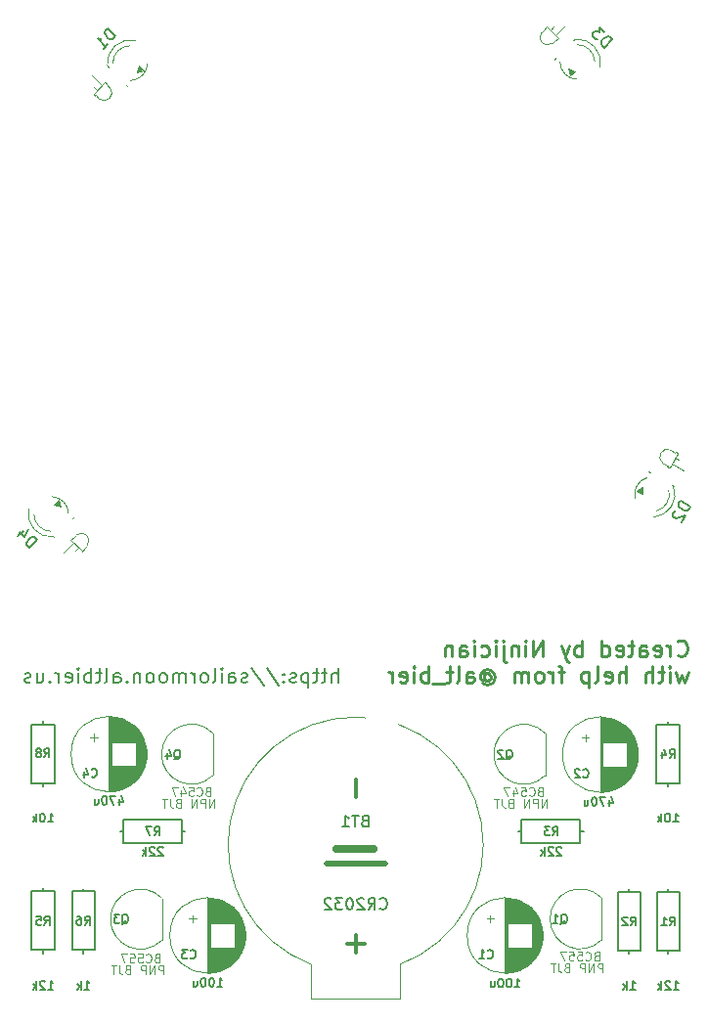
<source format=gbo>
G04 #@! TF.GenerationSoftware,KiCad,Pcbnew,(6.0.11)*
G04 #@! TF.CreationDate,2023-07-10T16:30:22-05:00*
G04 #@! TF.ProjectId,sailor_moon,7361696c-6f72-45f6-9d6f-6f6e2e6b6963,rev?*
G04 #@! TF.SameCoordinates,Original*
G04 #@! TF.FileFunction,Legend,Bot*
G04 #@! TF.FilePolarity,Positive*
%FSLAX46Y46*%
G04 Gerber Fmt 4.6, Leading zero omitted, Abs format (unit mm)*
G04 Created by KiCad (PCBNEW (6.0.11)) date 2023-07-10 16:30:22*
%MOMM*%
%LPD*%
G01*
G04 APERTURE LIST*
G04 Aperture macros list*
%AMRotRect*
0 Rectangle, with rotation*
0 The origin of the aperture is its center*
0 $1 length*
0 $2 width*
0 $3 Rotation angle, in degrees counterclockwise*
0 Add horizontal line*
21,1,$1,$2,0,0,$3*%
G04 Aperture macros list end*
%ADD10C,0.200000*%
%ADD11C,0.250000*%
%ADD12C,0.150000*%
%ADD13C,0.100000*%
%ADD14C,0.300000*%
%ADD15C,0.120000*%
%ADD16C,0.700000*%
%ADD17C,0.500000*%
%ADD18RotRect,1.800000X1.800000X240.000000*%
%ADD19C,1.800000*%
%ADD20C,1.400000*%
%ADD21R,1.600000X1.600000*%
%ADD22C,1.600000*%
%ADD23R,1.500000X1.050000*%
%ADD24O,1.500000X1.050000*%
%ADD25R,1.700000X1.700000*%
%ADD26C,1.700000*%
%ADD27RotRect,1.800000X1.800000X135.000000*%
%ADD28O,1.700000X1.700000*%
%ADD29RotRect,1.800000X1.800000X315.000000*%
%ADD30RotRect,1.800000X1.800000X45.000000*%
G04 APERTURE END LIST*
D10*
X129041666Y-120115476D02*
X129041666Y-118865476D01*
X128505952Y-120115476D02*
X128505952Y-119460714D01*
X128565476Y-119341666D01*
X128684523Y-119282142D01*
X128863095Y-119282142D01*
X128982142Y-119341666D01*
X129041666Y-119401190D01*
X128089285Y-119282142D02*
X127613095Y-119282142D01*
X127910714Y-118865476D02*
X127910714Y-119936904D01*
X127851190Y-120055952D01*
X127732142Y-120115476D01*
X127613095Y-120115476D01*
X127375000Y-119282142D02*
X126898809Y-119282142D01*
X127196428Y-118865476D02*
X127196428Y-119936904D01*
X127136904Y-120055952D01*
X127017857Y-120115476D01*
X126898809Y-120115476D01*
X126482142Y-119282142D02*
X126482142Y-120532142D01*
X126482142Y-119341666D02*
X126363095Y-119282142D01*
X126125000Y-119282142D01*
X126005952Y-119341666D01*
X125946428Y-119401190D01*
X125886904Y-119520238D01*
X125886904Y-119877380D01*
X125946428Y-119996428D01*
X126005952Y-120055952D01*
X126125000Y-120115476D01*
X126363095Y-120115476D01*
X126482142Y-120055952D01*
X125410714Y-120055952D02*
X125291666Y-120115476D01*
X125053571Y-120115476D01*
X124934523Y-120055952D01*
X124875000Y-119936904D01*
X124875000Y-119877380D01*
X124934523Y-119758333D01*
X125053571Y-119698809D01*
X125232142Y-119698809D01*
X125351190Y-119639285D01*
X125410714Y-119520238D01*
X125410714Y-119460714D01*
X125351190Y-119341666D01*
X125232142Y-119282142D01*
X125053571Y-119282142D01*
X124934523Y-119341666D01*
X124339285Y-119996428D02*
X124279761Y-120055952D01*
X124339285Y-120115476D01*
X124398809Y-120055952D01*
X124339285Y-119996428D01*
X124339285Y-120115476D01*
X124339285Y-119341666D02*
X124279761Y-119401190D01*
X124339285Y-119460714D01*
X124398809Y-119401190D01*
X124339285Y-119341666D01*
X124339285Y-119460714D01*
X122851190Y-118805952D02*
X123922619Y-120413095D01*
X121541666Y-118805952D02*
X122613095Y-120413095D01*
X121184523Y-120055952D02*
X121065476Y-120115476D01*
X120827380Y-120115476D01*
X120708333Y-120055952D01*
X120648809Y-119936904D01*
X120648809Y-119877380D01*
X120708333Y-119758333D01*
X120827380Y-119698809D01*
X121005952Y-119698809D01*
X121125000Y-119639285D01*
X121184523Y-119520238D01*
X121184523Y-119460714D01*
X121125000Y-119341666D01*
X121005952Y-119282142D01*
X120827380Y-119282142D01*
X120708333Y-119341666D01*
X119577380Y-120115476D02*
X119577380Y-119460714D01*
X119636904Y-119341666D01*
X119755952Y-119282142D01*
X119994047Y-119282142D01*
X120113095Y-119341666D01*
X119577380Y-120055952D02*
X119696428Y-120115476D01*
X119994047Y-120115476D01*
X120113095Y-120055952D01*
X120172619Y-119936904D01*
X120172619Y-119817857D01*
X120113095Y-119698809D01*
X119994047Y-119639285D01*
X119696428Y-119639285D01*
X119577380Y-119579761D01*
X118982142Y-120115476D02*
X118982142Y-119282142D01*
X118982142Y-118865476D02*
X119041666Y-118925000D01*
X118982142Y-118984523D01*
X118922619Y-118925000D01*
X118982142Y-118865476D01*
X118982142Y-118984523D01*
X118208333Y-120115476D02*
X118327380Y-120055952D01*
X118386904Y-119936904D01*
X118386904Y-118865476D01*
X117553571Y-120115476D02*
X117672619Y-120055952D01*
X117732142Y-119996428D01*
X117791666Y-119877380D01*
X117791666Y-119520238D01*
X117732142Y-119401190D01*
X117672619Y-119341666D01*
X117553571Y-119282142D01*
X117375000Y-119282142D01*
X117255952Y-119341666D01*
X117196428Y-119401190D01*
X117136904Y-119520238D01*
X117136904Y-119877380D01*
X117196428Y-119996428D01*
X117255952Y-120055952D01*
X117375000Y-120115476D01*
X117553571Y-120115476D01*
X116601190Y-120115476D02*
X116601190Y-119282142D01*
X116601190Y-119520238D02*
X116541666Y-119401190D01*
X116482142Y-119341666D01*
X116363095Y-119282142D01*
X116244047Y-119282142D01*
X115827380Y-120115476D02*
X115827380Y-119282142D01*
X115827380Y-119401190D02*
X115767857Y-119341666D01*
X115648809Y-119282142D01*
X115470238Y-119282142D01*
X115351190Y-119341666D01*
X115291666Y-119460714D01*
X115291666Y-120115476D01*
X115291666Y-119460714D02*
X115232142Y-119341666D01*
X115113095Y-119282142D01*
X114934523Y-119282142D01*
X114815476Y-119341666D01*
X114755952Y-119460714D01*
X114755952Y-120115476D01*
X113982142Y-120115476D02*
X114101190Y-120055952D01*
X114160714Y-119996428D01*
X114220238Y-119877380D01*
X114220238Y-119520238D01*
X114160714Y-119401190D01*
X114101190Y-119341666D01*
X113982142Y-119282142D01*
X113803571Y-119282142D01*
X113684523Y-119341666D01*
X113625000Y-119401190D01*
X113565476Y-119520238D01*
X113565476Y-119877380D01*
X113625000Y-119996428D01*
X113684523Y-120055952D01*
X113803571Y-120115476D01*
X113982142Y-120115476D01*
X112851190Y-120115476D02*
X112970238Y-120055952D01*
X113029761Y-119996428D01*
X113089285Y-119877380D01*
X113089285Y-119520238D01*
X113029761Y-119401190D01*
X112970238Y-119341666D01*
X112851190Y-119282142D01*
X112672619Y-119282142D01*
X112553571Y-119341666D01*
X112494047Y-119401190D01*
X112434523Y-119520238D01*
X112434523Y-119877380D01*
X112494047Y-119996428D01*
X112553571Y-120055952D01*
X112672619Y-120115476D01*
X112851190Y-120115476D01*
X111898809Y-119282142D02*
X111898809Y-120115476D01*
X111898809Y-119401190D02*
X111839285Y-119341666D01*
X111720238Y-119282142D01*
X111541666Y-119282142D01*
X111422619Y-119341666D01*
X111363095Y-119460714D01*
X111363095Y-120115476D01*
X110767857Y-119996428D02*
X110708333Y-120055952D01*
X110767857Y-120115476D01*
X110827380Y-120055952D01*
X110767857Y-119996428D01*
X110767857Y-120115476D01*
X109636904Y-120115476D02*
X109636904Y-119460714D01*
X109696428Y-119341666D01*
X109815476Y-119282142D01*
X110053571Y-119282142D01*
X110172619Y-119341666D01*
X109636904Y-120055952D02*
X109755952Y-120115476D01*
X110053571Y-120115476D01*
X110172619Y-120055952D01*
X110232142Y-119936904D01*
X110232142Y-119817857D01*
X110172619Y-119698809D01*
X110053571Y-119639285D01*
X109755952Y-119639285D01*
X109636904Y-119579761D01*
X108863095Y-120115476D02*
X108982142Y-120055952D01*
X109041666Y-119936904D01*
X109041666Y-118865476D01*
X108565476Y-119282142D02*
X108089285Y-119282142D01*
X108386904Y-118865476D02*
X108386904Y-119936904D01*
X108327380Y-120055952D01*
X108208333Y-120115476D01*
X108089285Y-120115476D01*
X107672619Y-120115476D02*
X107672619Y-118865476D01*
X107672619Y-119341666D02*
X107553571Y-119282142D01*
X107315476Y-119282142D01*
X107196428Y-119341666D01*
X107136904Y-119401190D01*
X107077380Y-119520238D01*
X107077380Y-119877380D01*
X107136904Y-119996428D01*
X107196428Y-120055952D01*
X107315476Y-120115476D01*
X107553571Y-120115476D01*
X107672619Y-120055952D01*
X106541666Y-120115476D02*
X106541666Y-119282142D01*
X106541666Y-118865476D02*
X106601190Y-118925000D01*
X106541666Y-118984523D01*
X106482142Y-118925000D01*
X106541666Y-118865476D01*
X106541666Y-118984523D01*
X105470238Y-120055952D02*
X105589285Y-120115476D01*
X105827380Y-120115476D01*
X105946428Y-120055952D01*
X106005952Y-119936904D01*
X106005952Y-119460714D01*
X105946428Y-119341666D01*
X105827380Y-119282142D01*
X105589285Y-119282142D01*
X105470238Y-119341666D01*
X105410714Y-119460714D01*
X105410714Y-119579761D01*
X106005952Y-119698809D01*
X104875000Y-120115476D02*
X104875000Y-119282142D01*
X104875000Y-119520238D02*
X104815476Y-119401190D01*
X104755952Y-119341666D01*
X104636904Y-119282142D01*
X104517857Y-119282142D01*
X104101190Y-119996428D02*
X104041666Y-120055952D01*
X104101190Y-120115476D01*
X104160714Y-120055952D01*
X104101190Y-119996428D01*
X104101190Y-120115476D01*
X102970238Y-119282142D02*
X102970238Y-120115476D01*
X103505952Y-119282142D02*
X103505952Y-119936904D01*
X103446428Y-120055952D01*
X103327380Y-120115476D01*
X103148809Y-120115476D01*
X103029761Y-120055952D01*
X102970238Y-119996428D01*
X102434523Y-120055952D02*
X102315476Y-120115476D01*
X102077380Y-120115476D01*
X101958333Y-120055952D01*
X101898809Y-119936904D01*
X101898809Y-119877380D01*
X101958333Y-119758333D01*
X102077380Y-119698809D01*
X102255952Y-119698809D01*
X102375000Y-119639285D01*
X102434523Y-119520238D01*
X102434523Y-119460714D01*
X102375000Y-119341666D01*
X102255952Y-119282142D01*
X102077380Y-119282142D01*
X101958333Y-119341666D01*
D11*
X158414166Y-117713000D02*
X158480833Y-117779666D01*
X158680833Y-117846333D01*
X158814166Y-117846333D01*
X159014166Y-117779666D01*
X159147500Y-117646333D01*
X159214166Y-117513000D01*
X159280833Y-117246333D01*
X159280833Y-117046333D01*
X159214166Y-116779666D01*
X159147500Y-116646333D01*
X159014166Y-116513000D01*
X158814166Y-116446333D01*
X158680833Y-116446333D01*
X158480833Y-116513000D01*
X158414166Y-116579666D01*
X157814166Y-117846333D02*
X157814166Y-116913000D01*
X157814166Y-117179666D02*
X157747500Y-117046333D01*
X157680833Y-116979666D01*
X157547500Y-116913000D01*
X157414166Y-116913000D01*
X156414166Y-117779666D02*
X156547500Y-117846333D01*
X156814166Y-117846333D01*
X156947500Y-117779666D01*
X157014166Y-117646333D01*
X157014166Y-117113000D01*
X156947500Y-116979666D01*
X156814166Y-116913000D01*
X156547500Y-116913000D01*
X156414166Y-116979666D01*
X156347500Y-117113000D01*
X156347500Y-117246333D01*
X157014166Y-117379666D01*
X155147500Y-117846333D02*
X155147500Y-117113000D01*
X155214166Y-116979666D01*
X155347500Y-116913000D01*
X155614166Y-116913000D01*
X155747500Y-116979666D01*
X155147500Y-117779666D02*
X155280833Y-117846333D01*
X155614166Y-117846333D01*
X155747500Y-117779666D01*
X155814166Y-117646333D01*
X155814166Y-117513000D01*
X155747500Y-117379666D01*
X155614166Y-117313000D01*
X155280833Y-117313000D01*
X155147500Y-117246333D01*
X154680833Y-116913000D02*
X154147500Y-116913000D01*
X154480833Y-116446333D02*
X154480833Y-117646333D01*
X154414166Y-117779666D01*
X154280833Y-117846333D01*
X154147500Y-117846333D01*
X153147500Y-117779666D02*
X153280833Y-117846333D01*
X153547500Y-117846333D01*
X153680833Y-117779666D01*
X153747500Y-117646333D01*
X153747500Y-117113000D01*
X153680833Y-116979666D01*
X153547500Y-116913000D01*
X153280833Y-116913000D01*
X153147500Y-116979666D01*
X153080833Y-117113000D01*
X153080833Y-117246333D01*
X153747500Y-117379666D01*
X151880833Y-117846333D02*
X151880833Y-116446333D01*
X151880833Y-117779666D02*
X152014166Y-117846333D01*
X152280833Y-117846333D01*
X152414166Y-117779666D01*
X152480833Y-117713000D01*
X152547500Y-117579666D01*
X152547500Y-117179666D01*
X152480833Y-117046333D01*
X152414166Y-116979666D01*
X152280833Y-116913000D01*
X152014166Y-116913000D01*
X151880833Y-116979666D01*
X150147500Y-117846333D02*
X150147500Y-116446333D01*
X150147500Y-116979666D02*
X150014166Y-116913000D01*
X149747500Y-116913000D01*
X149614166Y-116979666D01*
X149547500Y-117046333D01*
X149480833Y-117179666D01*
X149480833Y-117579666D01*
X149547500Y-117713000D01*
X149614166Y-117779666D01*
X149747500Y-117846333D01*
X150014166Y-117846333D01*
X150147500Y-117779666D01*
X149014166Y-116913000D02*
X148680833Y-117846333D01*
X148347500Y-116913000D02*
X148680833Y-117846333D01*
X148814166Y-118179666D01*
X148880833Y-118246333D01*
X149014166Y-118313000D01*
X146747500Y-117846333D02*
X146747500Y-116446333D01*
X145947500Y-117846333D01*
X145947500Y-116446333D01*
X145280833Y-117846333D02*
X145280833Y-116913000D01*
X145280833Y-116446333D02*
X145347500Y-116513000D01*
X145280833Y-116579666D01*
X145214166Y-116513000D01*
X145280833Y-116446333D01*
X145280833Y-116579666D01*
X144614166Y-116913000D02*
X144614166Y-117846333D01*
X144614166Y-117046333D02*
X144547500Y-116979666D01*
X144414166Y-116913000D01*
X144214166Y-116913000D01*
X144080833Y-116979666D01*
X144014166Y-117113000D01*
X144014166Y-117846333D01*
X143347500Y-116913000D02*
X143347500Y-118113000D01*
X143414166Y-118246333D01*
X143547500Y-118313000D01*
X143614166Y-118313000D01*
X143347500Y-116446333D02*
X143414166Y-116513000D01*
X143347500Y-116579666D01*
X143280833Y-116513000D01*
X143347500Y-116446333D01*
X143347500Y-116579666D01*
X142680833Y-117846333D02*
X142680833Y-116913000D01*
X142680833Y-116446333D02*
X142747500Y-116513000D01*
X142680833Y-116579666D01*
X142614166Y-116513000D01*
X142680833Y-116446333D01*
X142680833Y-116579666D01*
X141414166Y-117779666D02*
X141547500Y-117846333D01*
X141814166Y-117846333D01*
X141947500Y-117779666D01*
X142014166Y-117713000D01*
X142080833Y-117579666D01*
X142080833Y-117179666D01*
X142014166Y-117046333D01*
X141947500Y-116979666D01*
X141814166Y-116913000D01*
X141547500Y-116913000D01*
X141414166Y-116979666D01*
X140814166Y-117846333D02*
X140814166Y-116913000D01*
X140814166Y-116446333D02*
X140880833Y-116513000D01*
X140814166Y-116579666D01*
X140747500Y-116513000D01*
X140814166Y-116446333D01*
X140814166Y-116579666D01*
X139547500Y-117846333D02*
X139547500Y-117113000D01*
X139614166Y-116979666D01*
X139747500Y-116913000D01*
X140014166Y-116913000D01*
X140147500Y-116979666D01*
X139547500Y-117779666D02*
X139680833Y-117846333D01*
X140014166Y-117846333D01*
X140147500Y-117779666D01*
X140214166Y-117646333D01*
X140214166Y-117513000D01*
X140147500Y-117379666D01*
X140014166Y-117313000D01*
X139680833Y-117313000D01*
X139547500Y-117246333D01*
X138880833Y-116913000D02*
X138880833Y-117846333D01*
X138880833Y-117046333D02*
X138814166Y-116979666D01*
X138680833Y-116913000D01*
X138480833Y-116913000D01*
X138347500Y-116979666D01*
X138280833Y-117113000D01*
X138280833Y-117846333D01*
X159347500Y-119167000D02*
X159080833Y-120100333D01*
X158814166Y-119433666D01*
X158547500Y-120100333D01*
X158280833Y-119167000D01*
X157747500Y-120100333D02*
X157747500Y-119167000D01*
X157747500Y-118700333D02*
X157814166Y-118767000D01*
X157747500Y-118833666D01*
X157680833Y-118767000D01*
X157747500Y-118700333D01*
X157747500Y-118833666D01*
X157280833Y-119167000D02*
X156747500Y-119167000D01*
X157080833Y-118700333D02*
X157080833Y-119900333D01*
X157014166Y-120033666D01*
X156880833Y-120100333D01*
X156747500Y-120100333D01*
X156280833Y-120100333D02*
X156280833Y-118700333D01*
X155680833Y-120100333D02*
X155680833Y-119367000D01*
X155747500Y-119233666D01*
X155880833Y-119167000D01*
X156080833Y-119167000D01*
X156214166Y-119233666D01*
X156280833Y-119300333D01*
X153947500Y-120100333D02*
X153947500Y-118700333D01*
X153347500Y-120100333D02*
X153347500Y-119367000D01*
X153414166Y-119233666D01*
X153547500Y-119167000D01*
X153747500Y-119167000D01*
X153880833Y-119233666D01*
X153947500Y-119300333D01*
X152147500Y-120033666D02*
X152280833Y-120100333D01*
X152547500Y-120100333D01*
X152680833Y-120033666D01*
X152747500Y-119900333D01*
X152747500Y-119367000D01*
X152680833Y-119233666D01*
X152547500Y-119167000D01*
X152280833Y-119167000D01*
X152147500Y-119233666D01*
X152080833Y-119367000D01*
X152080833Y-119500333D01*
X152747500Y-119633666D01*
X151280833Y-120100333D02*
X151414166Y-120033666D01*
X151480833Y-119900333D01*
X151480833Y-118700333D01*
X150747500Y-119167000D02*
X150747500Y-120567000D01*
X150747500Y-119233666D02*
X150614166Y-119167000D01*
X150347500Y-119167000D01*
X150214166Y-119233666D01*
X150147500Y-119300333D01*
X150080833Y-119433666D01*
X150080833Y-119833666D01*
X150147500Y-119967000D01*
X150214166Y-120033666D01*
X150347500Y-120100333D01*
X150614166Y-120100333D01*
X150747500Y-120033666D01*
X148614166Y-119167000D02*
X148080833Y-119167000D01*
X148414166Y-120100333D02*
X148414166Y-118900333D01*
X148347500Y-118767000D01*
X148214166Y-118700333D01*
X148080833Y-118700333D01*
X147614166Y-120100333D02*
X147614166Y-119167000D01*
X147614166Y-119433666D02*
X147547500Y-119300333D01*
X147480833Y-119233666D01*
X147347500Y-119167000D01*
X147214166Y-119167000D01*
X146547500Y-120100333D02*
X146680833Y-120033666D01*
X146747500Y-119967000D01*
X146814166Y-119833666D01*
X146814166Y-119433666D01*
X146747500Y-119300333D01*
X146680833Y-119233666D01*
X146547500Y-119167000D01*
X146347500Y-119167000D01*
X146214166Y-119233666D01*
X146147500Y-119300333D01*
X146080833Y-119433666D01*
X146080833Y-119833666D01*
X146147500Y-119967000D01*
X146214166Y-120033666D01*
X146347500Y-120100333D01*
X146547500Y-120100333D01*
X145480833Y-120100333D02*
X145480833Y-119167000D01*
X145480833Y-119300333D02*
X145414166Y-119233666D01*
X145280833Y-119167000D01*
X145080833Y-119167000D01*
X144947500Y-119233666D01*
X144880833Y-119367000D01*
X144880833Y-120100333D01*
X144880833Y-119367000D02*
X144814166Y-119233666D01*
X144680833Y-119167000D01*
X144480833Y-119167000D01*
X144347500Y-119233666D01*
X144280833Y-119367000D01*
X144280833Y-120100333D01*
X141680833Y-119433666D02*
X141747500Y-119367000D01*
X141880833Y-119300333D01*
X142014166Y-119300333D01*
X142147500Y-119367000D01*
X142214166Y-119433666D01*
X142280833Y-119567000D01*
X142280833Y-119700333D01*
X142214166Y-119833666D01*
X142147500Y-119900333D01*
X142014166Y-119967000D01*
X141880833Y-119967000D01*
X141747500Y-119900333D01*
X141680833Y-119833666D01*
X141680833Y-119300333D02*
X141680833Y-119833666D01*
X141614166Y-119900333D01*
X141547500Y-119900333D01*
X141414166Y-119833666D01*
X141347500Y-119700333D01*
X141347500Y-119367000D01*
X141480833Y-119167000D01*
X141680833Y-119033666D01*
X141947500Y-118967000D01*
X142214166Y-119033666D01*
X142414166Y-119167000D01*
X142547500Y-119367000D01*
X142614166Y-119633666D01*
X142547500Y-119900333D01*
X142414166Y-120100333D01*
X142214166Y-120233666D01*
X141947500Y-120300333D01*
X141680833Y-120233666D01*
X141480833Y-120100333D01*
X140147500Y-120100333D02*
X140147500Y-119367000D01*
X140214166Y-119233666D01*
X140347500Y-119167000D01*
X140614166Y-119167000D01*
X140747500Y-119233666D01*
X140147500Y-120033666D02*
X140280833Y-120100333D01*
X140614166Y-120100333D01*
X140747500Y-120033666D01*
X140814166Y-119900333D01*
X140814166Y-119767000D01*
X140747500Y-119633666D01*
X140614166Y-119567000D01*
X140280833Y-119567000D01*
X140147500Y-119500333D01*
X139280833Y-120100333D02*
X139414166Y-120033666D01*
X139480833Y-119900333D01*
X139480833Y-118700333D01*
X138947500Y-119167000D02*
X138414166Y-119167000D01*
X138747500Y-118700333D02*
X138747500Y-119900333D01*
X138680833Y-120033666D01*
X138547500Y-120100333D01*
X138414166Y-120100333D01*
X138280833Y-120233666D02*
X137214166Y-120233666D01*
X136880833Y-120100333D02*
X136880833Y-118700333D01*
X136880833Y-119233666D02*
X136747500Y-119167000D01*
X136480833Y-119167000D01*
X136347500Y-119233666D01*
X136280833Y-119300333D01*
X136214166Y-119433666D01*
X136214166Y-119833666D01*
X136280833Y-119967000D01*
X136347500Y-120033666D01*
X136480833Y-120100333D01*
X136747500Y-120100333D01*
X136880833Y-120033666D01*
X135614166Y-120100333D02*
X135614166Y-119167000D01*
X135614166Y-118700333D02*
X135680833Y-118767000D01*
X135614166Y-118833666D01*
X135547500Y-118767000D01*
X135614166Y-118700333D01*
X135614166Y-118833666D01*
X134414166Y-120033666D02*
X134547500Y-120100333D01*
X134814166Y-120100333D01*
X134947500Y-120033666D01*
X135014166Y-119900333D01*
X135014166Y-119367000D01*
X134947500Y-119233666D01*
X134814166Y-119167000D01*
X134547500Y-119167000D01*
X134414166Y-119233666D01*
X134347500Y-119367000D01*
X134347500Y-119500333D01*
X135014166Y-119633666D01*
X133747500Y-120100333D02*
X133747500Y-119167000D01*
X133747500Y-119433666D02*
X133680833Y-119300333D01*
X133614166Y-119233666D01*
X133480833Y-119167000D01*
X133347500Y-119167000D01*
D12*
X159546756Y-104872651D02*
X158680730Y-104372651D01*
X158561682Y-104578847D01*
X158531493Y-104726375D01*
X158566353Y-104856472D01*
X158625022Y-104945331D01*
X158766170Y-105081808D01*
X158889887Y-105153237D01*
X159078654Y-105207235D01*
X159184942Y-105213615D01*
X159315040Y-105178756D01*
X159427708Y-105078847D01*
X159546756Y-104872651D01*
X158287018Y-105245056D02*
X158221969Y-105262486D01*
X158133111Y-105321155D01*
X158014063Y-105527351D01*
X158007684Y-105633639D01*
X158025113Y-105698688D01*
X158083783Y-105787547D01*
X158166261Y-105835166D01*
X158313789Y-105865355D01*
X159094375Y-105656198D01*
X158784851Y-106192309D01*
X154375000Y-141149285D02*
X154625000Y-140792142D01*
X154803571Y-141149285D02*
X154803571Y-140399285D01*
X154517857Y-140399285D01*
X154446428Y-140435000D01*
X154410714Y-140470714D01*
X154375000Y-140542142D01*
X154375000Y-140649285D01*
X154410714Y-140720714D01*
X154446428Y-140756428D01*
X154517857Y-140792142D01*
X154803571Y-140792142D01*
X154089285Y-140470714D02*
X154053571Y-140435000D01*
X153982142Y-140399285D01*
X153803571Y-140399285D01*
X153732142Y-140435000D01*
X153696428Y-140470714D01*
X153660714Y-140542142D01*
X153660714Y-140613571D01*
X153696428Y-140720714D01*
X154125000Y-141149285D01*
X153660714Y-141149285D01*
X154339285Y-146679285D02*
X154767857Y-146679285D01*
X154553571Y-146679285D02*
X154553571Y-145929285D01*
X154625000Y-146036428D01*
X154696428Y-146107857D01*
X154767857Y-146143571D01*
X154017857Y-146679285D02*
X154017857Y-145929285D01*
X153946428Y-146393571D02*
X153732142Y-146679285D01*
X153732142Y-146179285D02*
X154017857Y-146465000D01*
X116244000Y-143918857D02*
X116279714Y-143954571D01*
X116386857Y-143990285D01*
X116458285Y-143990285D01*
X116565428Y-143954571D01*
X116636857Y-143883142D01*
X116672571Y-143811714D01*
X116708285Y-143668857D01*
X116708285Y-143561714D01*
X116672571Y-143418857D01*
X116636857Y-143347428D01*
X116565428Y-143276000D01*
X116458285Y-143240285D01*
X116386857Y-143240285D01*
X116279714Y-143276000D01*
X116244000Y-143311714D01*
X115994000Y-143240285D02*
X115529714Y-143240285D01*
X115779714Y-143526000D01*
X115672571Y-143526000D01*
X115601142Y-143561714D01*
X115565428Y-143597428D01*
X115529714Y-143668857D01*
X115529714Y-143847428D01*
X115565428Y-143918857D01*
X115601142Y-143954571D01*
X115672571Y-143990285D01*
X115886857Y-143990285D01*
X115958285Y-143954571D01*
X115994000Y-143918857D01*
X118589285Y-146419285D02*
X119017857Y-146419285D01*
X118803571Y-146419285D02*
X118803571Y-145669285D01*
X118875000Y-145776428D01*
X118946428Y-145847857D01*
X119017857Y-145883571D01*
X118125000Y-145669285D02*
X118053571Y-145669285D01*
X117982142Y-145705000D01*
X117946428Y-145740714D01*
X117910714Y-145812142D01*
X117875000Y-145955000D01*
X117875000Y-146133571D01*
X117910714Y-146276428D01*
X117946428Y-146347857D01*
X117982142Y-146383571D01*
X118053571Y-146419285D01*
X118125000Y-146419285D01*
X118196428Y-146383571D01*
X118232142Y-146347857D01*
X118267857Y-146276428D01*
X118303571Y-146133571D01*
X118303571Y-145955000D01*
X118267857Y-145812142D01*
X118232142Y-145740714D01*
X118196428Y-145705000D01*
X118125000Y-145669285D01*
X117410714Y-145669285D02*
X117339285Y-145669285D01*
X117267857Y-145705000D01*
X117232142Y-145740714D01*
X117196428Y-145812142D01*
X117160714Y-145955000D01*
X117160714Y-146133571D01*
X117196428Y-146276428D01*
X117232142Y-146347857D01*
X117267857Y-146383571D01*
X117339285Y-146419285D01*
X117410714Y-146419285D01*
X117482142Y-146383571D01*
X117517857Y-146347857D01*
X117553571Y-146276428D01*
X117589285Y-146133571D01*
X117589285Y-145955000D01*
X117553571Y-145812142D01*
X117517857Y-145740714D01*
X117482142Y-145705000D01*
X117410714Y-145669285D01*
X116517857Y-145919285D02*
X116517857Y-146419285D01*
X116839285Y-145919285D02*
X116839285Y-146312142D01*
X116803571Y-146383571D01*
X116732142Y-146419285D01*
X116625000Y-146419285D01*
X116553571Y-146383571D01*
X116517857Y-146347857D01*
X143571428Y-126750714D02*
X143642857Y-126715000D01*
X143714285Y-126643571D01*
X143821428Y-126536428D01*
X143892857Y-126500714D01*
X143964285Y-126500714D01*
X143928571Y-126679285D02*
X144000000Y-126643571D01*
X144071428Y-126572142D01*
X144107142Y-126429285D01*
X144107142Y-126179285D01*
X144071428Y-126036428D01*
X144000000Y-125965000D01*
X143928571Y-125929285D01*
X143785714Y-125929285D01*
X143714285Y-125965000D01*
X143642857Y-126036428D01*
X143607142Y-126179285D01*
X143607142Y-126429285D01*
X143642857Y-126572142D01*
X143714285Y-126643571D01*
X143785714Y-126679285D01*
X143928571Y-126679285D01*
X143321428Y-126000714D02*
X143285714Y-125965000D01*
X143214285Y-125929285D01*
X143035714Y-125929285D01*
X142964285Y-125965000D01*
X142928571Y-126000714D01*
X142892857Y-126072142D01*
X142892857Y-126143571D01*
X142928571Y-126250714D01*
X143357142Y-126679285D01*
X142892857Y-126679285D01*
D13*
X147094285Y-130929285D02*
X147094285Y-130179285D01*
X146665714Y-130929285D01*
X146665714Y-130179285D01*
X146308571Y-130929285D02*
X146308571Y-130179285D01*
X146022857Y-130179285D01*
X145951428Y-130215000D01*
X145915714Y-130250714D01*
X145880000Y-130322142D01*
X145880000Y-130429285D01*
X145915714Y-130500714D01*
X145951428Y-130536428D01*
X146022857Y-130572142D01*
X146308571Y-130572142D01*
X145558571Y-130929285D02*
X145558571Y-130179285D01*
X145130000Y-130929285D01*
X145130000Y-130179285D01*
X143951428Y-130536428D02*
X143844285Y-130572142D01*
X143808571Y-130607857D01*
X143772857Y-130679285D01*
X143772857Y-130786428D01*
X143808571Y-130857857D01*
X143844285Y-130893571D01*
X143915714Y-130929285D01*
X144201428Y-130929285D01*
X144201428Y-130179285D01*
X143951428Y-130179285D01*
X143880000Y-130215000D01*
X143844285Y-130250714D01*
X143808571Y-130322142D01*
X143808571Y-130393571D01*
X143844285Y-130465000D01*
X143880000Y-130500714D01*
X143951428Y-130536428D01*
X144201428Y-130536428D01*
X143237142Y-130179285D02*
X143237142Y-130715000D01*
X143272857Y-130822142D01*
X143344285Y-130893571D01*
X143451428Y-130929285D01*
X143522857Y-130929285D01*
X142987142Y-130179285D02*
X142558571Y-130179285D01*
X142772857Y-130929285D02*
X142772857Y-130179285D01*
X146522857Y-129536428D02*
X146415714Y-129572142D01*
X146380000Y-129607857D01*
X146344285Y-129679285D01*
X146344285Y-129786428D01*
X146380000Y-129857857D01*
X146415714Y-129893571D01*
X146487142Y-129929285D01*
X146772857Y-129929285D01*
X146772857Y-129179285D01*
X146522857Y-129179285D01*
X146451428Y-129215000D01*
X146415714Y-129250714D01*
X146380000Y-129322142D01*
X146380000Y-129393571D01*
X146415714Y-129465000D01*
X146451428Y-129500714D01*
X146522857Y-129536428D01*
X146772857Y-129536428D01*
X145594285Y-129857857D02*
X145630000Y-129893571D01*
X145737142Y-129929285D01*
X145808571Y-129929285D01*
X145915714Y-129893571D01*
X145987142Y-129822142D01*
X146022857Y-129750714D01*
X146058571Y-129607857D01*
X146058571Y-129500714D01*
X146022857Y-129357857D01*
X145987142Y-129286428D01*
X145915714Y-129215000D01*
X145808571Y-129179285D01*
X145737142Y-129179285D01*
X145630000Y-129215000D01*
X145594285Y-129250714D01*
X144915714Y-129179285D02*
X145272857Y-129179285D01*
X145308571Y-129536428D01*
X145272857Y-129500714D01*
X145201428Y-129465000D01*
X145022857Y-129465000D01*
X144951428Y-129500714D01*
X144915714Y-129536428D01*
X144880000Y-129607857D01*
X144880000Y-129786428D01*
X144915714Y-129857857D01*
X144951428Y-129893571D01*
X145022857Y-129929285D01*
X145201428Y-129929285D01*
X145272857Y-129893571D01*
X145308571Y-129857857D01*
X144237142Y-129429285D02*
X144237142Y-129929285D01*
X144415714Y-129143571D02*
X144594285Y-129679285D01*
X144130000Y-129679285D01*
X143915714Y-129179285D02*
X143415714Y-129179285D01*
X143737142Y-129929285D01*
D12*
X131355623Y-132078571D02*
X131212766Y-132126190D01*
X131165147Y-132173809D01*
X131117528Y-132269047D01*
X131117528Y-132411904D01*
X131165147Y-132507142D01*
X131212766Y-132554761D01*
X131308004Y-132602380D01*
X131688956Y-132602380D01*
X131688956Y-131602380D01*
X131355623Y-131602380D01*
X131260385Y-131650000D01*
X131212766Y-131697619D01*
X131165147Y-131792857D01*
X131165147Y-131888095D01*
X131212766Y-131983333D01*
X131260385Y-132030952D01*
X131355623Y-132078571D01*
X131688956Y-132078571D01*
X130831813Y-131602380D02*
X130260385Y-131602380D01*
X130546099Y-132602380D02*
X130546099Y-131602380D01*
X129403242Y-132602380D02*
X129974670Y-132602380D01*
X129688956Y-132602380D02*
X129688956Y-131602380D01*
X129784194Y-131745238D01*
X129879432Y-131840476D01*
X129974670Y-131888095D01*
D14*
X130585857Y-141991095D02*
X130585857Y-143514904D01*
X131347761Y-142753000D02*
X129823952Y-142753000D01*
D12*
X132665147Y-139650050D02*
X132712766Y-139697669D01*
X132855623Y-139745288D01*
X132950861Y-139745288D01*
X133093718Y-139697669D01*
X133188956Y-139602431D01*
X133236575Y-139507193D01*
X133284194Y-139316717D01*
X133284194Y-139173860D01*
X133236575Y-138983384D01*
X133188956Y-138888146D01*
X133093718Y-138792908D01*
X132950861Y-138745288D01*
X132855623Y-138745288D01*
X132712766Y-138792908D01*
X132665147Y-138840527D01*
X131665147Y-139745288D02*
X131998480Y-139269098D01*
X132236575Y-139745288D02*
X132236575Y-138745288D01*
X131855623Y-138745288D01*
X131760385Y-138792908D01*
X131712766Y-138840527D01*
X131665147Y-138935765D01*
X131665147Y-139078622D01*
X131712766Y-139173860D01*
X131760385Y-139221479D01*
X131855623Y-139269098D01*
X132236575Y-139269098D01*
X131284194Y-138840527D02*
X131236575Y-138792908D01*
X131141337Y-138745288D01*
X130903242Y-138745288D01*
X130808004Y-138792908D01*
X130760385Y-138840527D01*
X130712766Y-138935765D01*
X130712766Y-139031003D01*
X130760385Y-139173860D01*
X131331813Y-139745288D01*
X130712766Y-139745288D01*
X130093718Y-138745288D02*
X129998480Y-138745288D01*
X129903242Y-138792908D01*
X129855623Y-138840527D01*
X129808004Y-138935765D01*
X129760385Y-139126241D01*
X129760385Y-139364336D01*
X129808004Y-139554812D01*
X129855623Y-139650050D01*
X129903242Y-139697669D01*
X129998480Y-139745288D01*
X130093718Y-139745288D01*
X130188956Y-139697669D01*
X130236575Y-139650050D01*
X130284194Y-139554812D01*
X130331813Y-139364336D01*
X130331813Y-139126241D01*
X130284194Y-138935765D01*
X130236575Y-138840527D01*
X130188956Y-138792908D01*
X130093718Y-138745288D01*
X129427051Y-138745288D02*
X128808004Y-138745288D01*
X129141337Y-139126241D01*
X128998480Y-139126241D01*
X128903242Y-139173860D01*
X128855623Y-139221479D01*
X128808004Y-139316717D01*
X128808004Y-139554812D01*
X128855623Y-139650050D01*
X128903242Y-139697669D01*
X128998480Y-139745288D01*
X129284194Y-139745288D01*
X129379432Y-139697669D01*
X129427051Y-139650050D01*
X128427051Y-138840527D02*
X128379432Y-138792908D01*
X128284194Y-138745288D01*
X128046099Y-138745288D01*
X127950861Y-138792908D01*
X127903242Y-138840527D01*
X127855623Y-138935765D01*
X127855623Y-139031003D01*
X127903242Y-139173860D01*
X128474670Y-139745288D01*
X127855623Y-139745288D01*
D14*
X130585857Y-128529095D02*
X130585857Y-130052904D01*
D12*
X107694000Y-128218857D02*
X107729714Y-128254571D01*
X107836857Y-128290285D01*
X107908285Y-128290285D01*
X108015428Y-128254571D01*
X108086857Y-128183142D01*
X108122571Y-128111714D01*
X108158285Y-127968857D01*
X108158285Y-127861714D01*
X108122571Y-127718857D01*
X108086857Y-127647428D01*
X108015428Y-127576000D01*
X107908285Y-127540285D01*
X107836857Y-127540285D01*
X107729714Y-127576000D01*
X107694000Y-127611714D01*
X107051142Y-127790285D02*
X107051142Y-128290285D01*
X107229714Y-127504571D02*
X107408285Y-128040285D01*
X106944000Y-128040285D01*
X110110714Y-130159285D02*
X110110714Y-130659285D01*
X110289285Y-129873571D02*
X110467857Y-130409285D01*
X110003571Y-130409285D01*
X109789285Y-129909285D02*
X109289285Y-129909285D01*
X109610714Y-130659285D01*
X108860714Y-129909285D02*
X108789285Y-129909285D01*
X108717857Y-129945000D01*
X108682142Y-129980714D01*
X108646428Y-130052142D01*
X108610714Y-130195000D01*
X108610714Y-130373571D01*
X108646428Y-130516428D01*
X108682142Y-130587857D01*
X108717857Y-130623571D01*
X108789285Y-130659285D01*
X108860714Y-130659285D01*
X108932142Y-130623571D01*
X108967857Y-130587857D01*
X109003571Y-130516428D01*
X109039285Y-130373571D01*
X109039285Y-130195000D01*
X109003571Y-130052142D01*
X108967857Y-129980714D01*
X108932142Y-129945000D01*
X108860714Y-129909285D01*
X107967857Y-130159285D02*
X107967857Y-130659285D01*
X108289285Y-130159285D02*
X108289285Y-130552142D01*
X108253571Y-130623571D01*
X108182142Y-130659285D01*
X108075000Y-130659285D01*
X108003571Y-130623571D01*
X107967857Y-130587857D01*
X102320968Y-108446803D02*
X103028075Y-107739697D01*
X102859716Y-107571338D01*
X102725029Y-107503994D01*
X102590342Y-107503994D01*
X102489327Y-107537666D01*
X102320968Y-107638681D01*
X102219953Y-107739697D01*
X102118938Y-107908055D01*
X102085266Y-108009071D01*
X102085266Y-108143758D01*
X102152609Y-108278445D01*
X102320968Y-108446803D01*
X101782220Y-106965246D02*
X101310815Y-107436651D01*
X102219953Y-106864231D02*
X101883235Y-107537666D01*
X101445502Y-107099933D01*
X113125000Y-133339285D02*
X113375000Y-132982142D01*
X113553571Y-133339285D02*
X113553571Y-132589285D01*
X113267857Y-132589285D01*
X113196428Y-132625000D01*
X113160714Y-132660714D01*
X113125000Y-132732142D01*
X113125000Y-132839285D01*
X113160714Y-132910714D01*
X113196428Y-132946428D01*
X113267857Y-132982142D01*
X113553571Y-132982142D01*
X112875000Y-132589285D02*
X112375000Y-132589285D01*
X112696428Y-133339285D01*
X113875000Y-134410714D02*
X113839285Y-134375000D01*
X113767857Y-134339285D01*
X113589285Y-134339285D01*
X113517857Y-134375000D01*
X113482142Y-134410714D01*
X113446428Y-134482142D01*
X113446428Y-134553571D01*
X113482142Y-134660714D01*
X113910714Y-135089285D01*
X113446428Y-135089285D01*
X113160714Y-134410714D02*
X113125000Y-134375000D01*
X113053571Y-134339285D01*
X112875000Y-134339285D01*
X112803571Y-134375000D01*
X112767857Y-134410714D01*
X112732142Y-134482142D01*
X112732142Y-134553571D01*
X112767857Y-134660714D01*
X113196428Y-135089285D01*
X112732142Y-135089285D01*
X112410714Y-135089285D02*
X112410714Y-134339285D01*
X112339285Y-134803571D02*
X112125000Y-135089285D01*
X112125000Y-134589285D02*
X112410714Y-134875000D01*
X103625000Y-141079285D02*
X103875000Y-140722142D01*
X104053571Y-141079285D02*
X104053571Y-140329285D01*
X103767857Y-140329285D01*
X103696428Y-140365000D01*
X103660714Y-140400714D01*
X103625000Y-140472142D01*
X103625000Y-140579285D01*
X103660714Y-140650714D01*
X103696428Y-140686428D01*
X103767857Y-140722142D01*
X104053571Y-140722142D01*
X102946428Y-140329285D02*
X103303571Y-140329285D01*
X103339285Y-140686428D01*
X103303571Y-140650714D01*
X103232142Y-140615000D01*
X103053571Y-140615000D01*
X102982142Y-140650714D01*
X102946428Y-140686428D01*
X102910714Y-140757857D01*
X102910714Y-140936428D01*
X102946428Y-141007857D01*
X102982142Y-141043571D01*
X103053571Y-141079285D01*
X103232142Y-141079285D01*
X103303571Y-141043571D01*
X103339285Y-141007857D01*
X103946428Y-146679285D02*
X104375000Y-146679285D01*
X104160714Y-146679285D02*
X104160714Y-145929285D01*
X104232142Y-146036428D01*
X104303571Y-146107857D01*
X104375000Y-146143571D01*
X103660714Y-146000714D02*
X103625000Y-145965000D01*
X103553571Y-145929285D01*
X103375000Y-145929285D01*
X103303571Y-145965000D01*
X103267857Y-146000714D01*
X103232142Y-146072142D01*
X103232142Y-146143571D01*
X103267857Y-146250714D01*
X103696428Y-146679285D01*
X103232142Y-146679285D01*
X102910714Y-146679285D02*
X102910714Y-145929285D01*
X102839285Y-146393571D02*
X102625000Y-146679285D01*
X102625000Y-146179285D02*
X102910714Y-146465000D01*
X110321428Y-141000714D02*
X110392857Y-140965000D01*
X110464285Y-140893571D01*
X110571428Y-140786428D01*
X110642857Y-140750714D01*
X110714285Y-140750714D01*
X110678571Y-140929285D02*
X110750000Y-140893571D01*
X110821428Y-140822142D01*
X110857142Y-140679285D01*
X110857142Y-140429285D01*
X110821428Y-140286428D01*
X110750000Y-140215000D01*
X110678571Y-140179285D01*
X110535714Y-140179285D01*
X110464285Y-140215000D01*
X110392857Y-140286428D01*
X110357142Y-140429285D01*
X110357142Y-140679285D01*
X110392857Y-140822142D01*
X110464285Y-140893571D01*
X110535714Y-140929285D01*
X110678571Y-140929285D01*
X110107142Y-140179285D02*
X109642857Y-140179285D01*
X109892857Y-140465000D01*
X109785714Y-140465000D01*
X109714285Y-140500714D01*
X109678571Y-140536428D01*
X109642857Y-140607857D01*
X109642857Y-140786428D01*
X109678571Y-140857857D01*
X109714285Y-140893571D01*
X109785714Y-140929285D01*
X110000000Y-140929285D01*
X110071428Y-140893571D01*
X110107142Y-140857857D01*
D13*
X113352857Y-143946428D02*
X113245714Y-143982142D01*
X113210000Y-144017857D01*
X113174285Y-144089285D01*
X113174285Y-144196428D01*
X113210000Y-144267857D01*
X113245714Y-144303571D01*
X113317142Y-144339285D01*
X113602857Y-144339285D01*
X113602857Y-143589285D01*
X113352857Y-143589285D01*
X113281428Y-143625000D01*
X113245714Y-143660714D01*
X113210000Y-143732142D01*
X113210000Y-143803571D01*
X113245714Y-143875000D01*
X113281428Y-143910714D01*
X113352857Y-143946428D01*
X113602857Y-143946428D01*
X112424285Y-144267857D02*
X112460000Y-144303571D01*
X112567142Y-144339285D01*
X112638571Y-144339285D01*
X112745714Y-144303571D01*
X112817142Y-144232142D01*
X112852857Y-144160714D01*
X112888571Y-144017857D01*
X112888571Y-143910714D01*
X112852857Y-143767857D01*
X112817142Y-143696428D01*
X112745714Y-143625000D01*
X112638571Y-143589285D01*
X112567142Y-143589285D01*
X112460000Y-143625000D01*
X112424285Y-143660714D01*
X111745714Y-143589285D02*
X112102857Y-143589285D01*
X112138571Y-143946428D01*
X112102857Y-143910714D01*
X112031428Y-143875000D01*
X111852857Y-143875000D01*
X111781428Y-143910714D01*
X111745714Y-143946428D01*
X111710000Y-144017857D01*
X111710000Y-144196428D01*
X111745714Y-144267857D01*
X111781428Y-144303571D01*
X111852857Y-144339285D01*
X112031428Y-144339285D01*
X112102857Y-144303571D01*
X112138571Y-144267857D01*
X111031428Y-143589285D02*
X111388571Y-143589285D01*
X111424285Y-143946428D01*
X111388571Y-143910714D01*
X111317142Y-143875000D01*
X111138571Y-143875000D01*
X111067142Y-143910714D01*
X111031428Y-143946428D01*
X110995714Y-144017857D01*
X110995714Y-144196428D01*
X111031428Y-144267857D01*
X111067142Y-144303571D01*
X111138571Y-144339285D01*
X111317142Y-144339285D01*
X111388571Y-144303571D01*
X111424285Y-144267857D01*
X110745714Y-143589285D02*
X110245714Y-143589285D01*
X110567142Y-144339285D01*
X113906428Y-145339285D02*
X113906428Y-144589285D01*
X113620714Y-144589285D01*
X113549285Y-144625000D01*
X113513571Y-144660714D01*
X113477857Y-144732142D01*
X113477857Y-144839285D01*
X113513571Y-144910714D01*
X113549285Y-144946428D01*
X113620714Y-144982142D01*
X113906428Y-144982142D01*
X113156428Y-145339285D02*
X113156428Y-144589285D01*
X112727857Y-145339285D01*
X112727857Y-144589285D01*
X112370714Y-145339285D02*
X112370714Y-144589285D01*
X112085000Y-144589285D01*
X112013571Y-144625000D01*
X111977857Y-144660714D01*
X111942142Y-144732142D01*
X111942142Y-144839285D01*
X111977857Y-144910714D01*
X112013571Y-144946428D01*
X112085000Y-144982142D01*
X112370714Y-144982142D01*
X110799285Y-144946428D02*
X110692142Y-144982142D01*
X110656428Y-145017857D01*
X110620714Y-145089285D01*
X110620714Y-145196428D01*
X110656428Y-145267857D01*
X110692142Y-145303571D01*
X110763571Y-145339285D01*
X111049285Y-145339285D01*
X111049285Y-144589285D01*
X110799285Y-144589285D01*
X110727857Y-144625000D01*
X110692142Y-144660714D01*
X110656428Y-144732142D01*
X110656428Y-144803571D01*
X110692142Y-144875000D01*
X110727857Y-144910714D01*
X110799285Y-144946428D01*
X111049285Y-144946428D01*
X110085000Y-144589285D02*
X110085000Y-145125000D01*
X110120714Y-145232142D01*
X110192142Y-145303571D01*
X110299285Y-145339285D01*
X110370714Y-145339285D01*
X109835000Y-144589285D02*
X109406428Y-144589285D01*
X109620714Y-145339285D02*
X109620714Y-144589285D01*
D12*
X157745000Y-126619285D02*
X157995000Y-126262142D01*
X158173571Y-126619285D02*
X158173571Y-125869285D01*
X157887857Y-125869285D01*
X157816428Y-125905000D01*
X157780714Y-125940714D01*
X157745000Y-126012142D01*
X157745000Y-126119285D01*
X157780714Y-126190714D01*
X157816428Y-126226428D01*
X157887857Y-126262142D01*
X158173571Y-126262142D01*
X157102142Y-126119285D02*
X157102142Y-126619285D01*
X157280714Y-125833571D02*
X157459285Y-126369285D01*
X156995000Y-126369285D01*
X158066428Y-132179285D02*
X158495000Y-132179285D01*
X158280714Y-132179285D02*
X158280714Y-131429285D01*
X158352142Y-131536428D01*
X158423571Y-131607857D01*
X158495000Y-131643571D01*
X157602142Y-131429285D02*
X157530714Y-131429285D01*
X157459285Y-131465000D01*
X157423571Y-131500714D01*
X157387857Y-131572142D01*
X157352142Y-131715000D01*
X157352142Y-131893571D01*
X157387857Y-132036428D01*
X157423571Y-132107857D01*
X157459285Y-132143571D01*
X157530714Y-132179285D01*
X157602142Y-132179285D01*
X157673571Y-132143571D01*
X157709285Y-132107857D01*
X157745000Y-132036428D01*
X157780714Y-131893571D01*
X157780714Y-131715000D01*
X157745000Y-131572142D01*
X157709285Y-131500714D01*
X157673571Y-131465000D01*
X157602142Y-131429285D01*
X157030714Y-132179285D02*
X157030714Y-131429285D01*
X156959285Y-131893571D02*
X156745000Y-132179285D01*
X156745000Y-131679285D02*
X157030714Y-131965000D01*
X114821428Y-126750714D02*
X114892857Y-126715000D01*
X114964285Y-126643571D01*
X115071428Y-126536428D01*
X115142857Y-126500714D01*
X115214285Y-126500714D01*
X115178571Y-126679285D02*
X115250000Y-126643571D01*
X115321428Y-126572142D01*
X115357142Y-126429285D01*
X115357142Y-126179285D01*
X115321428Y-126036428D01*
X115250000Y-125965000D01*
X115178571Y-125929285D01*
X115035714Y-125929285D01*
X114964285Y-125965000D01*
X114892857Y-126036428D01*
X114857142Y-126179285D01*
X114857142Y-126429285D01*
X114892857Y-126572142D01*
X114964285Y-126643571D01*
X115035714Y-126679285D01*
X115178571Y-126679285D01*
X114214285Y-126179285D02*
X114214285Y-126679285D01*
X114392857Y-125893571D02*
X114571428Y-126429285D01*
X114107142Y-126429285D01*
D13*
X118324285Y-130919285D02*
X118324285Y-130169285D01*
X117895714Y-130919285D01*
X117895714Y-130169285D01*
X117538571Y-130919285D02*
X117538571Y-130169285D01*
X117252857Y-130169285D01*
X117181428Y-130205000D01*
X117145714Y-130240714D01*
X117110000Y-130312142D01*
X117110000Y-130419285D01*
X117145714Y-130490714D01*
X117181428Y-130526428D01*
X117252857Y-130562142D01*
X117538571Y-130562142D01*
X116788571Y-130919285D02*
X116788571Y-130169285D01*
X116360000Y-130919285D01*
X116360000Y-130169285D01*
X115181428Y-130526428D02*
X115074285Y-130562142D01*
X115038571Y-130597857D01*
X115002857Y-130669285D01*
X115002857Y-130776428D01*
X115038571Y-130847857D01*
X115074285Y-130883571D01*
X115145714Y-130919285D01*
X115431428Y-130919285D01*
X115431428Y-130169285D01*
X115181428Y-130169285D01*
X115110000Y-130205000D01*
X115074285Y-130240714D01*
X115038571Y-130312142D01*
X115038571Y-130383571D01*
X115074285Y-130455000D01*
X115110000Y-130490714D01*
X115181428Y-130526428D01*
X115431428Y-130526428D01*
X114467142Y-130169285D02*
X114467142Y-130705000D01*
X114502857Y-130812142D01*
X114574285Y-130883571D01*
X114681428Y-130919285D01*
X114752857Y-130919285D01*
X114217142Y-130169285D02*
X113788571Y-130169285D01*
X114002857Y-130919285D02*
X114002857Y-130169285D01*
X117752857Y-129526428D02*
X117645714Y-129562142D01*
X117610000Y-129597857D01*
X117574285Y-129669285D01*
X117574285Y-129776428D01*
X117610000Y-129847857D01*
X117645714Y-129883571D01*
X117717142Y-129919285D01*
X118002857Y-129919285D01*
X118002857Y-129169285D01*
X117752857Y-129169285D01*
X117681428Y-129205000D01*
X117645714Y-129240714D01*
X117610000Y-129312142D01*
X117610000Y-129383571D01*
X117645714Y-129455000D01*
X117681428Y-129490714D01*
X117752857Y-129526428D01*
X118002857Y-129526428D01*
X116824285Y-129847857D02*
X116860000Y-129883571D01*
X116967142Y-129919285D01*
X117038571Y-129919285D01*
X117145714Y-129883571D01*
X117217142Y-129812142D01*
X117252857Y-129740714D01*
X117288571Y-129597857D01*
X117288571Y-129490714D01*
X117252857Y-129347857D01*
X117217142Y-129276428D01*
X117145714Y-129205000D01*
X117038571Y-129169285D01*
X116967142Y-129169285D01*
X116860000Y-129205000D01*
X116824285Y-129240714D01*
X116145714Y-129169285D02*
X116502857Y-129169285D01*
X116538571Y-129526428D01*
X116502857Y-129490714D01*
X116431428Y-129455000D01*
X116252857Y-129455000D01*
X116181428Y-129490714D01*
X116145714Y-129526428D01*
X116110000Y-129597857D01*
X116110000Y-129776428D01*
X116145714Y-129847857D01*
X116181428Y-129883571D01*
X116252857Y-129919285D01*
X116431428Y-129919285D01*
X116502857Y-129883571D01*
X116538571Y-129847857D01*
X115467142Y-129419285D02*
X115467142Y-129919285D01*
X115645714Y-129133571D02*
X115824285Y-129669285D01*
X115360000Y-129669285D01*
X115145714Y-129169285D02*
X114645714Y-129169285D01*
X114967142Y-129919285D01*
D12*
X147625000Y-133339285D02*
X147875000Y-132982142D01*
X148053571Y-133339285D02*
X148053571Y-132589285D01*
X147767857Y-132589285D01*
X147696428Y-132625000D01*
X147660714Y-132660714D01*
X147625000Y-132732142D01*
X147625000Y-132839285D01*
X147660714Y-132910714D01*
X147696428Y-132946428D01*
X147767857Y-132982142D01*
X148053571Y-132982142D01*
X147375000Y-132589285D02*
X146910714Y-132589285D01*
X147160714Y-132875000D01*
X147053571Y-132875000D01*
X146982142Y-132910714D01*
X146946428Y-132946428D01*
X146910714Y-133017857D01*
X146910714Y-133196428D01*
X146946428Y-133267857D01*
X146982142Y-133303571D01*
X147053571Y-133339285D01*
X147267857Y-133339285D01*
X147339285Y-133303571D01*
X147375000Y-133267857D01*
X148375000Y-134410714D02*
X148339285Y-134375000D01*
X148267857Y-134339285D01*
X148089285Y-134339285D01*
X148017857Y-134375000D01*
X147982142Y-134410714D01*
X147946428Y-134482142D01*
X147946428Y-134553571D01*
X147982142Y-134660714D01*
X148410714Y-135089285D01*
X147946428Y-135089285D01*
X147660714Y-134410714D02*
X147625000Y-134375000D01*
X147553571Y-134339285D01*
X147375000Y-134339285D01*
X147303571Y-134375000D01*
X147267857Y-134410714D01*
X147232142Y-134482142D01*
X147232142Y-134553571D01*
X147267857Y-134660714D01*
X147696428Y-135089285D01*
X147232142Y-135089285D01*
X146910714Y-135089285D02*
X146910714Y-134339285D01*
X146839285Y-134803571D02*
X146625000Y-135089285D01*
X146625000Y-134589285D02*
X146910714Y-134875000D01*
X141994000Y-143918857D02*
X142029714Y-143954571D01*
X142136857Y-143990285D01*
X142208285Y-143990285D01*
X142315428Y-143954571D01*
X142386857Y-143883142D01*
X142422571Y-143811714D01*
X142458285Y-143668857D01*
X142458285Y-143561714D01*
X142422571Y-143418857D01*
X142386857Y-143347428D01*
X142315428Y-143276000D01*
X142208285Y-143240285D01*
X142136857Y-143240285D01*
X142029714Y-143276000D01*
X141994000Y-143311714D01*
X141279714Y-143990285D02*
X141708285Y-143990285D01*
X141494000Y-143990285D02*
X141494000Y-143240285D01*
X141565428Y-143347428D01*
X141636857Y-143418857D01*
X141708285Y-143454571D01*
X144339285Y-146479285D02*
X144767857Y-146479285D01*
X144553571Y-146479285D02*
X144553571Y-145729285D01*
X144625000Y-145836428D01*
X144696428Y-145907857D01*
X144767857Y-145943571D01*
X143875000Y-145729285D02*
X143803571Y-145729285D01*
X143732142Y-145765000D01*
X143696428Y-145800714D01*
X143660714Y-145872142D01*
X143625000Y-146015000D01*
X143625000Y-146193571D01*
X143660714Y-146336428D01*
X143696428Y-146407857D01*
X143732142Y-146443571D01*
X143803571Y-146479285D01*
X143875000Y-146479285D01*
X143946428Y-146443571D01*
X143982142Y-146407857D01*
X144017857Y-146336428D01*
X144053571Y-146193571D01*
X144053571Y-146015000D01*
X144017857Y-145872142D01*
X143982142Y-145800714D01*
X143946428Y-145765000D01*
X143875000Y-145729285D01*
X143160714Y-145729285D02*
X143089285Y-145729285D01*
X143017857Y-145765000D01*
X142982142Y-145800714D01*
X142946428Y-145872142D01*
X142910714Y-146015000D01*
X142910714Y-146193571D01*
X142946428Y-146336428D01*
X142982142Y-146407857D01*
X143017857Y-146443571D01*
X143089285Y-146479285D01*
X143160714Y-146479285D01*
X143232142Y-146443571D01*
X143267857Y-146407857D01*
X143303571Y-146336428D01*
X143339285Y-146193571D01*
X143339285Y-146015000D01*
X143303571Y-145872142D01*
X143267857Y-145800714D01*
X143232142Y-145765000D01*
X143160714Y-145729285D01*
X142267857Y-145979285D02*
X142267857Y-146479285D01*
X142589285Y-145979285D02*
X142589285Y-146372142D01*
X142553571Y-146443571D01*
X142482142Y-146479285D01*
X142375000Y-146479285D01*
X142303571Y-146443571D01*
X142267857Y-146407857D01*
X107125000Y-141089285D02*
X107375000Y-140732142D01*
X107553571Y-141089285D02*
X107553571Y-140339285D01*
X107267857Y-140339285D01*
X107196428Y-140375000D01*
X107160714Y-140410714D01*
X107125000Y-140482142D01*
X107125000Y-140589285D01*
X107160714Y-140660714D01*
X107196428Y-140696428D01*
X107267857Y-140732142D01*
X107553571Y-140732142D01*
X106482142Y-140339285D02*
X106625000Y-140339285D01*
X106696428Y-140375000D01*
X106732142Y-140410714D01*
X106803571Y-140517857D01*
X106839285Y-140660714D01*
X106839285Y-140946428D01*
X106803571Y-141017857D01*
X106767857Y-141053571D01*
X106696428Y-141089285D01*
X106553571Y-141089285D01*
X106482142Y-141053571D01*
X106446428Y-141017857D01*
X106410714Y-140946428D01*
X106410714Y-140767857D01*
X106446428Y-140696428D01*
X106482142Y-140660714D01*
X106553571Y-140625000D01*
X106696428Y-140625000D01*
X106767857Y-140660714D01*
X106803571Y-140696428D01*
X106839285Y-140767857D01*
X107089285Y-146679285D02*
X107517857Y-146679285D01*
X107303571Y-146679285D02*
X107303571Y-145929285D01*
X107375000Y-146036428D01*
X107446428Y-146107857D01*
X107517857Y-146143571D01*
X106767857Y-146679285D02*
X106767857Y-145929285D01*
X106696428Y-146393571D02*
X106482142Y-146679285D01*
X106482142Y-146179285D02*
X106767857Y-146465000D01*
X157765000Y-141149285D02*
X158015000Y-140792142D01*
X158193571Y-141149285D02*
X158193571Y-140399285D01*
X157907857Y-140399285D01*
X157836428Y-140435000D01*
X157800714Y-140470714D01*
X157765000Y-140542142D01*
X157765000Y-140649285D01*
X157800714Y-140720714D01*
X157836428Y-140756428D01*
X157907857Y-140792142D01*
X158193571Y-140792142D01*
X157050714Y-141149285D02*
X157479285Y-141149285D01*
X157265000Y-141149285D02*
X157265000Y-140399285D01*
X157336428Y-140506428D01*
X157407857Y-140577857D01*
X157479285Y-140613571D01*
X158086428Y-146679285D02*
X158515000Y-146679285D01*
X158300714Y-146679285D02*
X158300714Y-145929285D01*
X158372142Y-146036428D01*
X158443571Y-146107857D01*
X158515000Y-146143571D01*
X157800714Y-146000714D02*
X157765000Y-145965000D01*
X157693571Y-145929285D01*
X157515000Y-145929285D01*
X157443571Y-145965000D01*
X157407857Y-146000714D01*
X157372142Y-146072142D01*
X157372142Y-146143571D01*
X157407857Y-146250714D01*
X157836428Y-146679285D01*
X157372142Y-146679285D01*
X157050714Y-146679285D02*
X157050714Y-145929285D01*
X156979285Y-146393571D02*
X156765000Y-146679285D01*
X156765000Y-146179285D02*
X157050714Y-146465000D01*
X150244000Y-128258857D02*
X150279714Y-128294571D01*
X150386857Y-128330285D01*
X150458285Y-128330285D01*
X150565428Y-128294571D01*
X150636857Y-128223142D01*
X150672571Y-128151714D01*
X150708285Y-128008857D01*
X150708285Y-127901714D01*
X150672571Y-127758857D01*
X150636857Y-127687428D01*
X150565428Y-127616000D01*
X150458285Y-127580285D01*
X150386857Y-127580285D01*
X150279714Y-127616000D01*
X150244000Y-127651714D01*
X149958285Y-127651714D02*
X149922571Y-127616000D01*
X149851142Y-127580285D01*
X149672571Y-127580285D01*
X149601142Y-127616000D01*
X149565428Y-127651714D01*
X149529714Y-127723142D01*
X149529714Y-127794571D01*
X149565428Y-127901714D01*
X149994000Y-128330285D01*
X149529714Y-128330285D01*
X152520714Y-130259285D02*
X152520714Y-130759285D01*
X152699285Y-129973571D02*
X152877857Y-130509285D01*
X152413571Y-130509285D01*
X152199285Y-130009285D02*
X151699285Y-130009285D01*
X152020714Y-130759285D01*
X151270714Y-130009285D02*
X151199285Y-130009285D01*
X151127857Y-130045000D01*
X151092142Y-130080714D01*
X151056428Y-130152142D01*
X151020714Y-130295000D01*
X151020714Y-130473571D01*
X151056428Y-130616428D01*
X151092142Y-130687857D01*
X151127857Y-130723571D01*
X151199285Y-130759285D01*
X151270714Y-130759285D01*
X151342142Y-130723571D01*
X151377857Y-130687857D01*
X151413571Y-130616428D01*
X151449285Y-130473571D01*
X151449285Y-130295000D01*
X151413571Y-130152142D01*
X151377857Y-130080714D01*
X151342142Y-130045000D01*
X151270714Y-130009285D01*
X150377857Y-130259285D02*
X150377857Y-130759285D01*
X150699285Y-130259285D02*
X150699285Y-130652142D01*
X150663571Y-130723571D01*
X150592142Y-130759285D01*
X150485000Y-130759285D01*
X150413571Y-130723571D01*
X150377857Y-130687857D01*
X152061531Y-65134617D02*
X152768638Y-64427511D01*
X152600279Y-64259152D01*
X152465592Y-64191808D01*
X152330905Y-64191808D01*
X152229890Y-64225480D01*
X152061531Y-64326495D01*
X151960516Y-64427511D01*
X151859501Y-64595869D01*
X151825829Y-64696885D01*
X151825829Y-64831572D01*
X151893172Y-64966259D01*
X152061531Y-65134617D01*
X152128875Y-63787747D02*
X151691142Y-63350014D01*
X151657470Y-63855091D01*
X151556455Y-63754075D01*
X151455439Y-63720404D01*
X151388096Y-63720404D01*
X151287081Y-63754075D01*
X151118722Y-63922434D01*
X151085050Y-64023449D01*
X151085050Y-64090793D01*
X151118722Y-64191808D01*
X151320752Y-64393839D01*
X151421768Y-64427511D01*
X151489111Y-64427511D01*
X103605000Y-126579285D02*
X103855000Y-126222142D01*
X104033571Y-126579285D02*
X104033571Y-125829285D01*
X103747857Y-125829285D01*
X103676428Y-125865000D01*
X103640714Y-125900714D01*
X103605000Y-125972142D01*
X103605000Y-126079285D01*
X103640714Y-126150714D01*
X103676428Y-126186428D01*
X103747857Y-126222142D01*
X104033571Y-126222142D01*
X103176428Y-126150714D02*
X103247857Y-126115000D01*
X103283571Y-126079285D01*
X103319285Y-126007857D01*
X103319285Y-125972142D01*
X103283571Y-125900714D01*
X103247857Y-125865000D01*
X103176428Y-125829285D01*
X103033571Y-125829285D01*
X102962142Y-125865000D01*
X102926428Y-125900714D01*
X102890714Y-125972142D01*
X102890714Y-126007857D01*
X102926428Y-126079285D01*
X102962142Y-126115000D01*
X103033571Y-126150714D01*
X103176428Y-126150714D01*
X103247857Y-126186428D01*
X103283571Y-126222142D01*
X103319285Y-126293571D01*
X103319285Y-126436428D01*
X103283571Y-126507857D01*
X103247857Y-126543571D01*
X103176428Y-126579285D01*
X103033571Y-126579285D01*
X102962142Y-126543571D01*
X102926428Y-126507857D01*
X102890714Y-126436428D01*
X102890714Y-126293571D01*
X102926428Y-126222142D01*
X102962142Y-126186428D01*
X103033571Y-126150714D01*
X103946428Y-132179285D02*
X104375000Y-132179285D01*
X104160714Y-132179285D02*
X104160714Y-131429285D01*
X104232142Y-131536428D01*
X104303571Y-131607857D01*
X104375000Y-131643571D01*
X103482142Y-131429285D02*
X103410714Y-131429285D01*
X103339285Y-131465000D01*
X103303571Y-131500714D01*
X103267857Y-131572142D01*
X103232142Y-131715000D01*
X103232142Y-131893571D01*
X103267857Y-132036428D01*
X103303571Y-132107857D01*
X103339285Y-132143571D01*
X103410714Y-132179285D01*
X103482142Y-132179285D01*
X103553571Y-132143571D01*
X103589285Y-132107857D01*
X103625000Y-132036428D01*
X103660714Y-131893571D01*
X103660714Y-131715000D01*
X103625000Y-131572142D01*
X103589285Y-131500714D01*
X103553571Y-131465000D01*
X103482142Y-131429285D01*
X102910714Y-132179285D02*
X102910714Y-131429285D01*
X102839285Y-131893571D02*
X102625000Y-132179285D01*
X102625000Y-131679285D02*
X102910714Y-131965000D01*
X148321428Y-141000714D02*
X148392857Y-140965000D01*
X148464285Y-140893571D01*
X148571428Y-140786428D01*
X148642857Y-140750714D01*
X148714285Y-140750714D01*
X148678571Y-140929285D02*
X148750000Y-140893571D01*
X148821428Y-140822142D01*
X148857142Y-140679285D01*
X148857142Y-140429285D01*
X148821428Y-140286428D01*
X148750000Y-140215000D01*
X148678571Y-140179285D01*
X148535714Y-140179285D01*
X148464285Y-140215000D01*
X148392857Y-140286428D01*
X148357142Y-140429285D01*
X148357142Y-140679285D01*
X148392857Y-140822142D01*
X148464285Y-140893571D01*
X148535714Y-140929285D01*
X148678571Y-140929285D01*
X147642857Y-140929285D02*
X148071428Y-140929285D01*
X147857142Y-140929285D02*
X147857142Y-140179285D01*
X147928571Y-140286428D01*
X148000000Y-140357857D01*
X148071428Y-140393571D01*
D13*
X151392857Y-143766428D02*
X151285714Y-143802142D01*
X151250000Y-143837857D01*
X151214285Y-143909285D01*
X151214285Y-144016428D01*
X151250000Y-144087857D01*
X151285714Y-144123571D01*
X151357142Y-144159285D01*
X151642857Y-144159285D01*
X151642857Y-143409285D01*
X151392857Y-143409285D01*
X151321428Y-143445000D01*
X151285714Y-143480714D01*
X151250000Y-143552142D01*
X151250000Y-143623571D01*
X151285714Y-143695000D01*
X151321428Y-143730714D01*
X151392857Y-143766428D01*
X151642857Y-143766428D01*
X150464285Y-144087857D02*
X150500000Y-144123571D01*
X150607142Y-144159285D01*
X150678571Y-144159285D01*
X150785714Y-144123571D01*
X150857142Y-144052142D01*
X150892857Y-143980714D01*
X150928571Y-143837857D01*
X150928571Y-143730714D01*
X150892857Y-143587857D01*
X150857142Y-143516428D01*
X150785714Y-143445000D01*
X150678571Y-143409285D01*
X150607142Y-143409285D01*
X150500000Y-143445000D01*
X150464285Y-143480714D01*
X149785714Y-143409285D02*
X150142857Y-143409285D01*
X150178571Y-143766428D01*
X150142857Y-143730714D01*
X150071428Y-143695000D01*
X149892857Y-143695000D01*
X149821428Y-143730714D01*
X149785714Y-143766428D01*
X149750000Y-143837857D01*
X149750000Y-144016428D01*
X149785714Y-144087857D01*
X149821428Y-144123571D01*
X149892857Y-144159285D01*
X150071428Y-144159285D01*
X150142857Y-144123571D01*
X150178571Y-144087857D01*
X149071428Y-143409285D02*
X149428571Y-143409285D01*
X149464285Y-143766428D01*
X149428571Y-143730714D01*
X149357142Y-143695000D01*
X149178571Y-143695000D01*
X149107142Y-143730714D01*
X149071428Y-143766428D01*
X149035714Y-143837857D01*
X149035714Y-144016428D01*
X149071428Y-144087857D01*
X149107142Y-144123571D01*
X149178571Y-144159285D01*
X149357142Y-144159285D01*
X149428571Y-144123571D01*
X149464285Y-144087857D01*
X148785714Y-143409285D02*
X148285714Y-143409285D01*
X148607142Y-144159285D01*
X151946428Y-145159285D02*
X151946428Y-144409285D01*
X151660714Y-144409285D01*
X151589285Y-144445000D01*
X151553571Y-144480714D01*
X151517857Y-144552142D01*
X151517857Y-144659285D01*
X151553571Y-144730714D01*
X151589285Y-144766428D01*
X151660714Y-144802142D01*
X151946428Y-144802142D01*
X151196428Y-145159285D02*
X151196428Y-144409285D01*
X150767857Y-145159285D01*
X150767857Y-144409285D01*
X150410714Y-145159285D02*
X150410714Y-144409285D01*
X150125000Y-144409285D01*
X150053571Y-144445000D01*
X150017857Y-144480714D01*
X149982142Y-144552142D01*
X149982142Y-144659285D01*
X150017857Y-144730714D01*
X150053571Y-144766428D01*
X150125000Y-144802142D01*
X150410714Y-144802142D01*
X148839285Y-144766428D02*
X148732142Y-144802142D01*
X148696428Y-144837857D01*
X148660714Y-144909285D01*
X148660714Y-145016428D01*
X148696428Y-145087857D01*
X148732142Y-145123571D01*
X148803571Y-145159285D01*
X149089285Y-145159285D01*
X149089285Y-144409285D01*
X148839285Y-144409285D01*
X148767857Y-144445000D01*
X148732142Y-144480714D01*
X148696428Y-144552142D01*
X148696428Y-144623571D01*
X148732142Y-144695000D01*
X148767857Y-144730714D01*
X148839285Y-144766428D01*
X149089285Y-144766428D01*
X148125000Y-144409285D02*
X148125000Y-144945000D01*
X148160714Y-145052142D01*
X148232142Y-145123571D01*
X148339285Y-145159285D01*
X148410714Y-145159285D01*
X147875000Y-144409285D02*
X147446428Y-144409285D01*
X147660714Y-145159285D02*
X147660714Y-144409285D01*
D12*
X109796783Y-64186907D02*
X109089677Y-63479800D01*
X108921318Y-63648159D01*
X108853974Y-63782846D01*
X108853974Y-63917533D01*
X108887646Y-64018548D01*
X108988661Y-64186907D01*
X109089677Y-64287922D01*
X109258035Y-64388938D01*
X109359051Y-64422609D01*
X109493738Y-64422609D01*
X109628425Y-64355266D01*
X109796783Y-64186907D01*
X108719287Y-65264403D02*
X109123348Y-64860342D01*
X108921318Y-65062373D02*
X108214211Y-64355266D01*
X108382570Y-64388938D01*
X108517257Y-64388938D01*
X108618272Y-64355266D01*
D15*
X156067193Y-101914671D02*
X155932093Y-101836671D01*
X158072907Y-103072671D02*
X157937807Y-102994671D01*
X155807673Y-102364171D02*
G75*
G03*
X154766769Y-104167397I414827J-1441499D01*
G01*
X156637101Y-105247234D02*
G75*
G03*
X157678288Y-103444172I-414601J1441564D01*
G01*
X156320434Y-105793258D02*
G75*
G03*
X158072488Y-103072429I-97934J1987588D01*
G01*
G36*
X155419942Y-103815741D02*
G01*
X154917648Y-103525741D01*
X155438795Y-103203087D01*
X155419942Y-103815741D01*
G37*
D13*
X155419942Y-103815741D02*
X154917648Y-103525741D01*
X155438795Y-103203087D01*
X155419942Y-103815741D01*
D15*
X107757538Y-67572616D02*
X108606066Y-68421144D01*
X107863604Y-69163606D02*
X108005025Y-69305028D01*
X108040381Y-69269672D02*
X108342406Y-69571698D01*
X108888909Y-68138302D02*
X109030330Y-68279723D01*
X108005025Y-69305028D02*
X108040381Y-69269672D01*
X108994975Y-68315078D02*
X109030330Y-68279723D01*
X108181802Y-68845408D02*
X107898959Y-68562566D01*
X108853553Y-68173657D02*
X107898959Y-69128251D01*
X108994975Y-68315078D02*
X109297000Y-68617103D01*
X108342407Y-69571697D02*
G75*
G03*
X109297000Y-68617103I438894J515699D01*
G01*
D12*
X154250000Y-138250000D02*
X154250000Y-138000000D01*
X155250000Y-138250000D02*
X155250000Y-143300000D01*
X153250000Y-138250000D02*
X155250000Y-138250000D01*
X155250000Y-143300000D02*
X153250000Y-143300000D01*
X153250000Y-143300000D02*
X153250000Y-138250000D01*
X154250000Y-143350000D02*
X154250000Y-143600000D01*
D15*
X118551000Y-143040000D02*
X118551000Y-145131000D01*
X120831000Y-140941000D02*
X120831000Y-143059000D01*
X118310000Y-143040000D02*
X118310000Y-145182000D01*
X119711000Y-139422000D02*
X119711000Y-140960000D01*
X118471000Y-143040000D02*
X118471000Y-145150000D01*
X119031000Y-143040000D02*
X119031000Y-144970000D01*
X119151000Y-143040000D02*
X119151000Y-144916000D01*
X119431000Y-143040000D02*
X119431000Y-144766000D01*
X118511000Y-143040000D02*
X118511000Y-145141000D01*
X117910000Y-138773000D02*
X117910000Y-145227000D01*
X118711000Y-138914000D02*
X118711000Y-140960000D01*
X119991000Y-143040000D02*
X119991000Y-144343000D01*
X118230000Y-143040000D02*
X118230000Y-145195000D01*
X119191000Y-143040000D02*
X119191000Y-144896000D01*
X118871000Y-138967000D02*
X118871000Y-140960000D01*
X119831000Y-139516000D02*
X119831000Y-140960000D01*
X120311000Y-140005000D02*
X120311000Y-143995000D01*
X120031000Y-139695000D02*
X120031000Y-140960000D01*
X117830000Y-138770000D02*
X117830000Y-145230000D01*
X117870000Y-138772000D02*
X117870000Y-145228000D01*
X119591000Y-143040000D02*
X119591000Y-144664000D01*
X119471000Y-139258000D02*
X119471000Y-140960000D01*
X119111000Y-143040000D02*
X119111000Y-144934000D01*
X120551000Y-140350000D02*
X120551000Y-143650000D01*
X118030000Y-143040000D02*
X118030000Y-145218000D01*
X119551000Y-139310000D02*
X119551000Y-140960000D01*
X118951000Y-143040000D02*
X118951000Y-145002000D01*
X119351000Y-139188000D02*
X119351000Y-140960000D01*
X118871000Y-143040000D02*
X118871000Y-145033000D01*
X119231000Y-139124000D02*
X119231000Y-140960000D01*
X120711000Y-140650000D02*
X120711000Y-143350000D01*
X118591000Y-143040000D02*
X118591000Y-145121000D01*
X118991000Y-139014000D02*
X118991000Y-140960000D01*
X118511000Y-138859000D02*
X118511000Y-140960000D01*
X119671000Y-143040000D02*
X119671000Y-144607000D01*
X117750000Y-138770000D02*
X117750000Y-145230000D01*
X119751000Y-143040000D02*
X119751000Y-144548000D01*
X117990000Y-143040000D02*
X117990000Y-145222000D01*
X118190000Y-138799000D02*
X118190000Y-140960000D01*
X118751000Y-138926000D02*
X118751000Y-140960000D01*
X118110000Y-143040000D02*
X118110000Y-145211000D01*
X119951000Y-143040000D02*
X119951000Y-144380000D01*
X119231000Y-143040000D02*
X119231000Y-144876000D01*
X118671000Y-143040000D02*
X118671000Y-145098000D01*
X118190000Y-143040000D02*
X118190000Y-145201000D01*
X118471000Y-138850000D02*
X118471000Y-140960000D01*
X119431000Y-139234000D02*
X119431000Y-140960000D01*
X120431000Y-140166000D02*
X120431000Y-143834000D01*
X118791000Y-143040000D02*
X118791000Y-145061000D01*
X116154759Y-140542000D02*
X116784759Y-140542000D01*
X120671000Y-140568000D02*
X120671000Y-143432000D01*
X119951000Y-139620000D02*
X119951000Y-140960000D01*
X119511000Y-139284000D02*
X119511000Y-140960000D01*
X119591000Y-139336000D02*
X119591000Y-140960000D01*
X119911000Y-139584000D02*
X119911000Y-140960000D01*
X120271000Y-139956000D02*
X120271000Y-144044000D01*
X118350000Y-138825000D02*
X118350000Y-140960000D01*
X118911000Y-138982000D02*
X118911000Y-140960000D01*
X118230000Y-138805000D02*
X118230000Y-140960000D01*
X118591000Y-138879000D02*
X118591000Y-140960000D01*
X118390000Y-143040000D02*
X118390000Y-145167000D01*
X119871000Y-143040000D02*
X119871000Y-144450000D01*
X118150000Y-143040000D02*
X118150000Y-145206000D01*
X118671000Y-138902000D02*
X118671000Y-140960000D01*
X120951000Y-141367000D02*
X120951000Y-142633000D01*
X120871000Y-141060000D02*
X120871000Y-142940000D01*
X119711000Y-143040000D02*
X119711000Y-144578000D01*
X119671000Y-139393000D02*
X119671000Y-140960000D01*
X118711000Y-143040000D02*
X118711000Y-145086000D01*
X118150000Y-138794000D02*
X118150000Y-140960000D01*
X118831000Y-143040000D02*
X118831000Y-145047000D01*
X119271000Y-139144000D02*
X119271000Y-140960000D01*
X120751000Y-140738000D02*
X120751000Y-143262000D01*
X118751000Y-143040000D02*
X118751000Y-145074000D01*
X119391000Y-139210000D02*
X119391000Y-140960000D01*
X118631000Y-143040000D02*
X118631000Y-145110000D01*
X119751000Y-139452000D02*
X119751000Y-140960000D01*
X118390000Y-138833000D02*
X118390000Y-140960000D01*
X119351000Y-143040000D02*
X119351000Y-144812000D01*
X118911000Y-143040000D02*
X118911000Y-145018000D01*
X118310000Y-138818000D02*
X118310000Y-140960000D01*
X118951000Y-138998000D02*
X118951000Y-140960000D01*
X119631000Y-139364000D02*
X119631000Y-140960000D01*
X120031000Y-143040000D02*
X120031000Y-144305000D01*
X120911000Y-141198000D02*
X120911000Y-142802000D01*
X118070000Y-138785000D02*
X118070000Y-140960000D01*
X119311000Y-143040000D02*
X119311000Y-144834000D01*
X120111000Y-139776000D02*
X120111000Y-144224000D01*
X119831000Y-143040000D02*
X119831000Y-144484000D01*
X119151000Y-139084000D02*
X119151000Y-140960000D01*
X117790000Y-138770000D02*
X117790000Y-145230000D01*
X118110000Y-138789000D02*
X118110000Y-140960000D01*
X119991000Y-139657000D02*
X119991000Y-140960000D01*
X119191000Y-139104000D02*
X119191000Y-140960000D01*
X119631000Y-143040000D02*
X119631000Y-144636000D01*
X116469759Y-140227000D02*
X116469759Y-140857000D01*
X119391000Y-143040000D02*
X119391000Y-144790000D01*
X120471000Y-140224000D02*
X120471000Y-143776000D01*
X119551000Y-143040000D02*
X119551000Y-144690000D01*
X118631000Y-138890000D02*
X118631000Y-140960000D01*
X118070000Y-143040000D02*
X118070000Y-145215000D01*
X120631000Y-140491000D02*
X120631000Y-143509000D01*
X117990000Y-138778000D02*
X117990000Y-140960000D01*
X119911000Y-143040000D02*
X119911000Y-144416000D01*
X120351000Y-140056000D02*
X120351000Y-143944000D01*
X120791000Y-140835000D02*
X120791000Y-143165000D01*
X118430000Y-138841000D02*
X118430000Y-140960000D01*
X118991000Y-143040000D02*
X118991000Y-144986000D01*
X120151000Y-139818000D02*
X120151000Y-144182000D01*
X118030000Y-138782000D02*
X118030000Y-140960000D01*
X117950000Y-138776000D02*
X117950000Y-145224000D01*
X119511000Y-143040000D02*
X119511000Y-144716000D01*
X118270000Y-138811000D02*
X118270000Y-140960000D01*
X118270000Y-143040000D02*
X118270000Y-145189000D01*
X119311000Y-139166000D02*
X119311000Y-140960000D01*
X119071000Y-143040000D02*
X119071000Y-144952000D01*
X120191000Y-139863000D02*
X120191000Y-144137000D01*
X119111000Y-139066000D02*
X119111000Y-140960000D01*
X120991000Y-141598000D02*
X120991000Y-142402000D01*
X120391000Y-140110000D02*
X120391000Y-143890000D01*
X119791000Y-139484000D02*
X119791000Y-140960000D01*
X119071000Y-139048000D02*
X119071000Y-140960000D01*
X118430000Y-143040000D02*
X118430000Y-145159000D01*
X120071000Y-139735000D02*
X120071000Y-144265000D01*
X119031000Y-139030000D02*
X119031000Y-140960000D01*
X120591000Y-140419000D02*
X120591000Y-143581000D01*
X118791000Y-138939000D02*
X118791000Y-140960000D01*
X120511000Y-140286000D02*
X120511000Y-143714000D01*
X119271000Y-143040000D02*
X119271000Y-144856000D01*
X119791000Y-143040000D02*
X119791000Y-144516000D01*
X118831000Y-138953000D02*
X118831000Y-140960000D01*
X118350000Y-143040000D02*
X118350000Y-145175000D01*
X118551000Y-138869000D02*
X118551000Y-140960000D01*
X119471000Y-143040000D02*
X119471000Y-144742000D01*
X120231000Y-139908000D02*
X120231000Y-144092000D01*
X119871000Y-139550000D02*
X119871000Y-140960000D01*
X121020000Y-142000000D02*
G75*
G03*
X121020000Y-142000000I-3270000J0D01*
G01*
X146980000Y-128120000D02*
X146980000Y-124520000D01*
X146968478Y-124481522D02*
G75*
G03*
X142530000Y-126320000I-1838478J-1838478D01*
G01*
X142529999Y-126320000D02*
G75*
G03*
X146968478Y-128158478I2600001J0D01*
G01*
X134420000Y-147495000D02*
X134420000Y-144495000D01*
D16*
X128919000Y-134498000D02*
X132094000Y-134498000D01*
D17*
X128030000Y-135768000D02*
X133110000Y-135768000D01*
D15*
X126720000Y-147495000D02*
X134420000Y-147495000D01*
X126720000Y-147495000D02*
X126720000Y-144495000D01*
X134420000Y-144495000D02*
G75*
G03*
X126719829Y-144494936I-3850000J10352600D01*
G01*
X111481000Y-127340000D02*
X111481000Y-128605000D01*
X112401000Y-125667000D02*
X112401000Y-126933000D01*
X110041000Y-123179000D02*
X110041000Y-125260000D01*
X112321000Y-125360000D02*
X112321000Y-127240000D01*
X111041000Y-127340000D02*
X111041000Y-128964000D01*
X109280000Y-123070000D02*
X109280000Y-129530000D01*
X111201000Y-123752000D02*
X111201000Y-125260000D01*
X112041000Y-124719000D02*
X112041000Y-127881000D01*
X109520000Y-127340000D02*
X109520000Y-129515000D01*
X109840000Y-127340000D02*
X109840000Y-129467000D01*
X110281000Y-127340000D02*
X110281000Y-129347000D01*
X109480000Y-123082000D02*
X109480000Y-125260000D01*
X110761000Y-127340000D02*
X110761000Y-129134000D01*
X111961000Y-124586000D02*
X111961000Y-128014000D01*
X111241000Y-123784000D02*
X111241000Y-125260000D01*
X109880000Y-127340000D02*
X109880000Y-129459000D01*
X111281000Y-123816000D02*
X111281000Y-125260000D01*
X112441000Y-125898000D02*
X112441000Y-126702000D01*
X111441000Y-123957000D02*
X111441000Y-125260000D01*
X110801000Y-123488000D02*
X110801000Y-125260000D01*
X112281000Y-125241000D02*
X112281000Y-127359000D01*
X109800000Y-127340000D02*
X109800000Y-129475000D01*
X109961000Y-123159000D02*
X109961000Y-125260000D01*
X111401000Y-127340000D02*
X111401000Y-128680000D01*
X111921000Y-124524000D02*
X111921000Y-128076000D01*
X111281000Y-127340000D02*
X111281000Y-128784000D01*
X110121000Y-127340000D02*
X110121000Y-129398000D01*
X112001000Y-124650000D02*
X112001000Y-127950000D01*
X111001000Y-127340000D02*
X111001000Y-128990000D01*
X110841000Y-123510000D02*
X110841000Y-125260000D01*
X110521000Y-123348000D02*
X110521000Y-125260000D01*
X109921000Y-123150000D02*
X109921000Y-125260000D01*
X110561000Y-127340000D02*
X110561000Y-129234000D01*
X110601000Y-123384000D02*
X110601000Y-125260000D01*
X110401000Y-127340000D02*
X110401000Y-129302000D01*
X110841000Y-127340000D02*
X110841000Y-129090000D01*
X110481000Y-127340000D02*
X110481000Y-129270000D01*
X111801000Y-124356000D02*
X111801000Y-128244000D01*
X111721000Y-124256000D02*
X111721000Y-128344000D01*
X111401000Y-123920000D02*
X111401000Y-125260000D01*
X110321000Y-123267000D02*
X110321000Y-125260000D01*
X110401000Y-123298000D02*
X110401000Y-125260000D01*
X110201000Y-123226000D02*
X110201000Y-125260000D01*
X110441000Y-127340000D02*
X110441000Y-129286000D01*
X112241000Y-125135000D02*
X112241000Y-127465000D01*
X110081000Y-123190000D02*
X110081000Y-125260000D01*
X111681000Y-124208000D02*
X111681000Y-128392000D01*
X111361000Y-123884000D02*
X111361000Y-125260000D01*
X111081000Y-123664000D02*
X111081000Y-125260000D01*
X109880000Y-123141000D02*
X109880000Y-125260000D01*
X111361000Y-127340000D02*
X111361000Y-128716000D01*
X109720000Y-123111000D02*
X109720000Y-125260000D01*
X109440000Y-127340000D02*
X109440000Y-129522000D01*
X110641000Y-127340000D02*
X110641000Y-129196000D01*
X110921000Y-123558000D02*
X110921000Y-125260000D01*
X110601000Y-127340000D02*
X110601000Y-129216000D01*
X110681000Y-123424000D02*
X110681000Y-125260000D01*
X109600000Y-127340000D02*
X109600000Y-129506000D01*
X109520000Y-123085000D02*
X109520000Y-125260000D01*
X107604759Y-124842000D02*
X108234759Y-124842000D01*
X110801000Y-127340000D02*
X110801000Y-129112000D01*
X110881000Y-127340000D02*
X110881000Y-129066000D01*
X111481000Y-123995000D02*
X111481000Y-125260000D01*
X109760000Y-123118000D02*
X109760000Y-125260000D01*
X110521000Y-127340000D02*
X110521000Y-129252000D01*
X109600000Y-123094000D02*
X109600000Y-125260000D01*
X111081000Y-127340000D02*
X111081000Y-128936000D01*
X111641000Y-124163000D02*
X111641000Y-128437000D01*
X109921000Y-127340000D02*
X109921000Y-129450000D01*
X110921000Y-127340000D02*
X110921000Y-129042000D01*
X109360000Y-123073000D02*
X109360000Y-129527000D01*
X110121000Y-123202000D02*
X110121000Y-125260000D01*
X110641000Y-123404000D02*
X110641000Y-125260000D01*
X110241000Y-127340000D02*
X110241000Y-129361000D01*
X110161000Y-123214000D02*
X110161000Y-125260000D01*
X111561000Y-124076000D02*
X111561000Y-128524000D01*
X111881000Y-124466000D02*
X111881000Y-128134000D01*
X112121000Y-124868000D02*
X112121000Y-127732000D01*
X110961000Y-127340000D02*
X110961000Y-129016000D01*
X111441000Y-127340000D02*
X111441000Y-128643000D01*
X109440000Y-123078000D02*
X109440000Y-125260000D01*
X112361000Y-125498000D02*
X112361000Y-127102000D01*
X111121000Y-127340000D02*
X111121000Y-128907000D01*
X111761000Y-124305000D02*
X111761000Y-128295000D01*
X110361000Y-127340000D02*
X110361000Y-129318000D01*
X110721000Y-123444000D02*
X110721000Y-125260000D01*
X111841000Y-124410000D02*
X111841000Y-128190000D01*
X110201000Y-127340000D02*
X110201000Y-129374000D01*
X110041000Y-127340000D02*
X110041000Y-129421000D01*
X111521000Y-124035000D02*
X111521000Y-128565000D01*
X110241000Y-123239000D02*
X110241000Y-125260000D01*
X109200000Y-123070000D02*
X109200000Y-129530000D01*
X110961000Y-123584000D02*
X110961000Y-125260000D01*
X111321000Y-123850000D02*
X111321000Y-125260000D01*
X109480000Y-127340000D02*
X109480000Y-129518000D01*
X110161000Y-127340000D02*
X110161000Y-129386000D01*
X109640000Y-123099000D02*
X109640000Y-125260000D01*
X110361000Y-123282000D02*
X110361000Y-125260000D01*
X111161000Y-123722000D02*
X111161000Y-125260000D01*
X109840000Y-123133000D02*
X109840000Y-125260000D01*
X111041000Y-123636000D02*
X111041000Y-125260000D01*
X110721000Y-127340000D02*
X110721000Y-129156000D01*
X109560000Y-123089000D02*
X109560000Y-125260000D01*
X112201000Y-125038000D02*
X112201000Y-127562000D01*
X110001000Y-127340000D02*
X110001000Y-129431000D01*
X109680000Y-127340000D02*
X109680000Y-129495000D01*
X112161000Y-124950000D02*
X112161000Y-127650000D01*
X111321000Y-127340000D02*
X111321000Y-128750000D01*
X109400000Y-123076000D02*
X109400000Y-129524000D01*
X111601000Y-124118000D02*
X111601000Y-128482000D01*
X109320000Y-123072000D02*
X109320000Y-129528000D01*
X110561000Y-123366000D02*
X110561000Y-125260000D01*
X109680000Y-123105000D02*
X109680000Y-125260000D01*
X110881000Y-123534000D02*
X110881000Y-125260000D01*
X109961000Y-127340000D02*
X109961000Y-129441000D01*
X110281000Y-123253000D02*
X110281000Y-125260000D01*
X111201000Y-127340000D02*
X111201000Y-128848000D01*
X109760000Y-127340000D02*
X109760000Y-129482000D01*
X110481000Y-123330000D02*
X110481000Y-125260000D01*
X110761000Y-123466000D02*
X110761000Y-125260000D01*
X110081000Y-127340000D02*
X110081000Y-129410000D01*
X111241000Y-127340000D02*
X111241000Y-128816000D01*
X107919759Y-124527000D02*
X107919759Y-125157000D01*
X111001000Y-123610000D02*
X111001000Y-125260000D01*
X109640000Y-127340000D02*
X109640000Y-129501000D01*
X110321000Y-127340000D02*
X110321000Y-129333000D01*
X112081000Y-124791000D02*
X112081000Y-127809000D01*
X110441000Y-123314000D02*
X110441000Y-125260000D01*
X111161000Y-127340000D02*
X111161000Y-128878000D01*
X109720000Y-127340000D02*
X109720000Y-129489000D01*
X109240000Y-123070000D02*
X109240000Y-129530000D01*
X109560000Y-127340000D02*
X109560000Y-129511000D01*
X111121000Y-123693000D02*
X111121000Y-125260000D01*
X110001000Y-123169000D02*
X110001000Y-125260000D01*
X110681000Y-127340000D02*
X110681000Y-129176000D01*
X109800000Y-123125000D02*
X109800000Y-125260000D01*
X112470000Y-126300000D02*
G75*
G03*
X112470000Y-126300000I-3270000J0D01*
G01*
X106078736Y-105851386D02*
X106189045Y-105741077D01*
X104441077Y-107489045D02*
X104551386Y-107378736D01*
X102266762Y-105092146D02*
G75*
G03*
X104441419Y-107488703I1945212J-419828D01*
G01*
X105711720Y-105484370D02*
G75*
G03*
X104239344Y-104012224I-1499746J-27604D01*
G01*
X102712224Y-105539344D02*
G75*
G03*
X104184370Y-107011720I1499750J27370D01*
G01*
G36*
X104996863Y-104910934D02*
G01*
X104409964Y-104734157D01*
X104820086Y-104324035D01*
X104996863Y-104910934D01*
G37*
D13*
X104996863Y-104910934D02*
X104409964Y-104734157D01*
X104820086Y-104324035D01*
X104996863Y-104910934D01*
D12*
X115540000Y-133000000D02*
X115790000Y-133000000D01*
X110440000Y-134000000D02*
X110440000Y-132000000D01*
X110440000Y-132000000D02*
X115490000Y-132000000D01*
X115490000Y-134000000D02*
X110440000Y-134000000D01*
X115490000Y-132000000D02*
X115490000Y-134000000D01*
X110440000Y-133000000D02*
X110190000Y-133000000D01*
X104500000Y-143230000D02*
X102500000Y-143230000D01*
X103500000Y-138180000D02*
X103500000Y-137930000D01*
X102500000Y-143230000D02*
X102500000Y-138180000D01*
X102500000Y-138180000D02*
X104500000Y-138180000D01*
X103500000Y-143280000D02*
X103500000Y-143530000D01*
X104500000Y-138180000D02*
X104500000Y-143230000D01*
D15*
X113790000Y-142390000D02*
X113790000Y-138790000D01*
X113778478Y-138751522D02*
G75*
G03*
X109340000Y-140590000I-1838478J-1838478D01*
G01*
X109339999Y-140590000D02*
G75*
G03*
X113778478Y-142428478I2600001J0D01*
G01*
D12*
X156620000Y-123790000D02*
X158620000Y-123790000D01*
X156620000Y-128840000D02*
X156620000Y-123790000D01*
X158620000Y-123790000D02*
X158620000Y-128840000D01*
X158620000Y-128840000D02*
X156620000Y-128840000D01*
X157620000Y-128840000D02*
X157620000Y-129090000D01*
X157620000Y-123740000D02*
X157620000Y-123490000D01*
D15*
X106054973Y-107631853D02*
X106356998Y-107329828D01*
X107044923Y-108621803D02*
X107009567Y-108586447D01*
X107009567Y-108586447D02*
X107311593Y-108284422D01*
X105878197Y-107737919D02*
X106019618Y-107596498D01*
X106903501Y-108763224D02*
X107044923Y-108621803D01*
X105913552Y-107773275D02*
X106868146Y-108727869D01*
X106054973Y-107631853D02*
X106019618Y-107596498D01*
X106585303Y-108445026D02*
X106302461Y-108727869D01*
X105312511Y-108869290D02*
X106161039Y-108020762D01*
X107311592Y-108284421D02*
G75*
G03*
X106356998Y-107329828I-515699J438894D01*
G01*
X118210000Y-128110000D02*
X118210000Y-124510000D01*
X118198478Y-124471522D02*
G75*
G03*
X113760000Y-126310000I-1838478J-1838478D01*
G01*
X113759999Y-126310000D02*
G75*
G03*
X118198478Y-128148478I2600001J0D01*
G01*
D12*
X144940000Y-134000000D02*
X144940000Y-132000000D01*
X149990000Y-132000000D02*
X149990000Y-134000000D01*
X150040000Y-133000000D02*
X150290000Y-133000000D01*
X149990000Y-134000000D02*
X144940000Y-134000000D01*
X144940000Y-132000000D02*
X149990000Y-132000000D01*
X144940000Y-133000000D02*
X144690000Y-133000000D01*
D15*
X145101000Y-139188000D02*
X145101000Y-140960000D01*
X144461000Y-143040000D02*
X144461000Y-145086000D01*
X146701000Y-141367000D02*
X146701000Y-142633000D01*
X145581000Y-143040000D02*
X145581000Y-144484000D01*
X145341000Y-139336000D02*
X145341000Y-140960000D01*
X145381000Y-139364000D02*
X145381000Y-140960000D01*
X144541000Y-143040000D02*
X144541000Y-145061000D01*
X143660000Y-138773000D02*
X143660000Y-145227000D01*
X145701000Y-139620000D02*
X145701000Y-140960000D01*
X145461000Y-143040000D02*
X145461000Y-144578000D01*
X145861000Y-139776000D02*
X145861000Y-144224000D01*
X145741000Y-143040000D02*
X145741000Y-144343000D01*
X143740000Y-138778000D02*
X143740000Y-140960000D01*
X145901000Y-139818000D02*
X145901000Y-144182000D01*
X144140000Y-143040000D02*
X144140000Y-145167000D01*
X144741000Y-139014000D02*
X144741000Y-140960000D01*
X146341000Y-140419000D02*
X146341000Y-143581000D01*
X144501000Y-138926000D02*
X144501000Y-140960000D01*
X144861000Y-143040000D02*
X144861000Y-144934000D01*
X144261000Y-143040000D02*
X144261000Y-145141000D01*
X146461000Y-140650000D02*
X146461000Y-143350000D01*
X143900000Y-138794000D02*
X143900000Y-140960000D01*
X143780000Y-143040000D02*
X143780000Y-145218000D01*
X143860000Y-143040000D02*
X143860000Y-145211000D01*
X145141000Y-139210000D02*
X145141000Y-140960000D01*
X146381000Y-140491000D02*
X146381000Y-143509000D01*
X144981000Y-139124000D02*
X144981000Y-140960000D01*
X144981000Y-143040000D02*
X144981000Y-144876000D01*
X144100000Y-138825000D02*
X144100000Y-140960000D01*
X143500000Y-138770000D02*
X143500000Y-145230000D01*
X146181000Y-140166000D02*
X146181000Y-143834000D01*
X144020000Y-138811000D02*
X144020000Y-140960000D01*
X143980000Y-143040000D02*
X143980000Y-145195000D01*
X146421000Y-140568000D02*
X146421000Y-143432000D01*
X143820000Y-143040000D02*
X143820000Y-145215000D01*
X144541000Y-138939000D02*
X144541000Y-140960000D01*
X145541000Y-143040000D02*
X145541000Y-144516000D01*
X145701000Y-143040000D02*
X145701000Y-144380000D01*
X145221000Y-143040000D02*
X145221000Y-144742000D01*
X145261000Y-139284000D02*
X145261000Y-140960000D01*
X143820000Y-138785000D02*
X143820000Y-140960000D01*
X144301000Y-138869000D02*
X144301000Y-140960000D01*
X144861000Y-139066000D02*
X144861000Y-140960000D01*
X145421000Y-139393000D02*
X145421000Y-140960000D01*
X143940000Y-143040000D02*
X143940000Y-145201000D01*
X145941000Y-139863000D02*
X145941000Y-144137000D01*
X144261000Y-138859000D02*
X144261000Y-140960000D01*
X146221000Y-140224000D02*
X146221000Y-143776000D01*
X146101000Y-140056000D02*
X146101000Y-143944000D01*
X146021000Y-139956000D02*
X146021000Y-144044000D01*
X144020000Y-143040000D02*
X144020000Y-145189000D01*
X144341000Y-138879000D02*
X144341000Y-140960000D01*
X143980000Y-138805000D02*
X143980000Y-140960000D01*
X145501000Y-143040000D02*
X145501000Y-144548000D01*
X145301000Y-143040000D02*
X145301000Y-144690000D01*
X146581000Y-140941000D02*
X146581000Y-143059000D01*
X143860000Y-138789000D02*
X143860000Y-140960000D01*
X144661000Y-138982000D02*
X144661000Y-140960000D01*
X145661000Y-139584000D02*
X145661000Y-140960000D01*
X144501000Y-143040000D02*
X144501000Y-145074000D01*
X146261000Y-140286000D02*
X146261000Y-143714000D01*
X145021000Y-139144000D02*
X145021000Y-140960000D01*
X145061000Y-143040000D02*
X145061000Y-144834000D01*
X146621000Y-141060000D02*
X146621000Y-142940000D01*
X144821000Y-143040000D02*
X144821000Y-144952000D01*
X144461000Y-138914000D02*
X144461000Y-140960000D01*
X143700000Y-138776000D02*
X143700000Y-145224000D01*
X143780000Y-138782000D02*
X143780000Y-140960000D01*
X144701000Y-143040000D02*
X144701000Y-145002000D01*
X145661000Y-143040000D02*
X145661000Y-144416000D01*
X144180000Y-138841000D02*
X144180000Y-140960000D01*
X145781000Y-139695000D02*
X145781000Y-140960000D01*
X145061000Y-139166000D02*
X145061000Y-140960000D01*
X145821000Y-139735000D02*
X145821000Y-144265000D01*
X141904759Y-140542000D02*
X142534759Y-140542000D01*
X144621000Y-143040000D02*
X144621000Y-145033000D01*
X145501000Y-139452000D02*
X145501000Y-140960000D01*
X145341000Y-143040000D02*
X145341000Y-144664000D01*
X144060000Y-138818000D02*
X144060000Y-140960000D01*
X144060000Y-143040000D02*
X144060000Y-145182000D01*
X144781000Y-143040000D02*
X144781000Y-144970000D01*
X146661000Y-141198000D02*
X146661000Y-142802000D01*
X144941000Y-143040000D02*
X144941000Y-144896000D01*
X144140000Y-138833000D02*
X144140000Y-140960000D01*
X144821000Y-139048000D02*
X144821000Y-140960000D01*
X145301000Y-139310000D02*
X145301000Y-140960000D01*
X144100000Y-143040000D02*
X144100000Y-145175000D01*
X146141000Y-140110000D02*
X146141000Y-143890000D01*
X143580000Y-138770000D02*
X143580000Y-145230000D01*
X145781000Y-143040000D02*
X145781000Y-144305000D01*
X145181000Y-139234000D02*
X145181000Y-140960000D01*
X144421000Y-143040000D02*
X144421000Y-145098000D01*
X144180000Y-143040000D02*
X144180000Y-145159000D01*
X145101000Y-143040000D02*
X145101000Y-144812000D01*
X143940000Y-138799000D02*
X143940000Y-140960000D01*
X145141000Y-143040000D02*
X145141000Y-144790000D01*
X145541000Y-139484000D02*
X145541000Y-140960000D01*
X143620000Y-138772000D02*
X143620000Y-145228000D01*
X144221000Y-143040000D02*
X144221000Y-145150000D01*
X144621000Y-138967000D02*
X144621000Y-140960000D01*
X146301000Y-140350000D02*
X146301000Y-143650000D01*
X145021000Y-143040000D02*
X145021000Y-144856000D01*
X143900000Y-143040000D02*
X143900000Y-145206000D01*
X144301000Y-143040000D02*
X144301000Y-145131000D01*
X144221000Y-138850000D02*
X144221000Y-140960000D01*
X144581000Y-138953000D02*
X144581000Y-140960000D01*
X145621000Y-139550000D02*
X145621000Y-140960000D01*
X145381000Y-143040000D02*
X145381000Y-144636000D01*
X145421000Y-143040000D02*
X145421000Y-144607000D01*
X144581000Y-143040000D02*
X144581000Y-145047000D01*
X144421000Y-138902000D02*
X144421000Y-140960000D01*
X144941000Y-139104000D02*
X144941000Y-140960000D01*
X145621000Y-143040000D02*
X145621000Y-144450000D01*
X144901000Y-143040000D02*
X144901000Y-144916000D01*
X146501000Y-140738000D02*
X146501000Y-143262000D01*
X145741000Y-139657000D02*
X145741000Y-140960000D01*
X145461000Y-139422000D02*
X145461000Y-140960000D01*
X145581000Y-139516000D02*
X145581000Y-140960000D01*
X146061000Y-140005000D02*
X146061000Y-143995000D01*
X146741000Y-141598000D02*
X146741000Y-142402000D01*
X145181000Y-143040000D02*
X145181000Y-144766000D01*
X144781000Y-139030000D02*
X144781000Y-140960000D01*
X144701000Y-138998000D02*
X144701000Y-140960000D01*
X144381000Y-138890000D02*
X144381000Y-140960000D01*
X146541000Y-140835000D02*
X146541000Y-143165000D01*
X145981000Y-139908000D02*
X145981000Y-144092000D01*
X145261000Y-143040000D02*
X145261000Y-144716000D01*
X144901000Y-139084000D02*
X144901000Y-140960000D01*
X145221000Y-139258000D02*
X145221000Y-140960000D01*
X144741000Y-143040000D02*
X144741000Y-144986000D01*
X143740000Y-143040000D02*
X143740000Y-145222000D01*
X144661000Y-143040000D02*
X144661000Y-145018000D01*
X142219759Y-140227000D02*
X142219759Y-140857000D01*
X144341000Y-143040000D02*
X144341000Y-145121000D01*
X143540000Y-138770000D02*
X143540000Y-145230000D01*
X144381000Y-143040000D02*
X144381000Y-145110000D01*
X146770000Y-142000000D02*
G75*
G03*
X146770000Y-142000000I-3270000J0D01*
G01*
D12*
X108000000Y-143240000D02*
X106000000Y-143240000D01*
X108000000Y-138190000D02*
X108000000Y-143240000D01*
X107000000Y-143290000D02*
X107000000Y-143540000D01*
X107000000Y-138190000D02*
X107000000Y-137940000D01*
X106000000Y-143240000D02*
X106000000Y-138190000D01*
X106000000Y-138190000D02*
X108000000Y-138190000D01*
D15*
X148680210Y-63206188D02*
X147831682Y-64054716D01*
X147937748Y-64443625D02*
X147635723Y-64745650D01*
X147937748Y-64443625D02*
X147973103Y-64478980D01*
X146947798Y-63453675D02*
X146983154Y-63489031D01*
X146983154Y-63489031D02*
X146681128Y-63791056D01*
X148114524Y-64337559D02*
X147973103Y-64478980D01*
X148079169Y-64302203D02*
X147124575Y-63347609D01*
X147407418Y-63630452D02*
X147690260Y-63347609D01*
X147089220Y-63312254D02*
X146947798Y-63453675D01*
X146681129Y-63791057D02*
G75*
G03*
X147635723Y-64745650I515699J-438894D01*
G01*
D12*
X156640000Y-138250000D02*
X158640000Y-138250000D01*
X156640000Y-143300000D02*
X156640000Y-138250000D01*
X158640000Y-138250000D02*
X158640000Y-143300000D01*
X157640000Y-138250000D02*
X157640000Y-138000000D01*
X157640000Y-143350000D02*
X157640000Y-143600000D01*
X158640000Y-143300000D02*
X156640000Y-143300000D01*
D15*
X151910000Y-123113000D02*
X151910000Y-129567000D01*
X153511000Y-123624000D02*
X153511000Y-125300000D01*
X152030000Y-123122000D02*
X152030000Y-125300000D01*
X153591000Y-127380000D02*
X153591000Y-129004000D01*
X152711000Y-127380000D02*
X152711000Y-129426000D01*
X153951000Y-123960000D02*
X153951000Y-125300000D01*
X153351000Y-127380000D02*
X153351000Y-129152000D01*
X152991000Y-127380000D02*
X152991000Y-129326000D01*
X153071000Y-123388000D02*
X153071000Y-125300000D01*
X154031000Y-127380000D02*
X154031000Y-128645000D01*
X154911000Y-125538000D02*
X154911000Y-127142000D01*
X152270000Y-127380000D02*
X152270000Y-129529000D01*
X152551000Y-123209000D02*
X152551000Y-125300000D01*
X152871000Y-123307000D02*
X152871000Y-125300000D01*
X153591000Y-123676000D02*
X153591000Y-125300000D01*
X153431000Y-127380000D02*
X153431000Y-129106000D01*
X153471000Y-123598000D02*
X153471000Y-125300000D01*
X153311000Y-123506000D02*
X153311000Y-125300000D01*
X150469759Y-124567000D02*
X150469759Y-125197000D01*
X154111000Y-124116000D02*
X154111000Y-128564000D01*
X152671000Y-123242000D02*
X152671000Y-125300000D01*
X152991000Y-123354000D02*
X152991000Y-125300000D01*
X154271000Y-124296000D02*
X154271000Y-128384000D01*
X153751000Y-123792000D02*
X153751000Y-125300000D01*
X153631000Y-123704000D02*
X153631000Y-125300000D01*
X153151000Y-127380000D02*
X153151000Y-129256000D01*
X154631000Y-124831000D02*
X154631000Y-127849000D01*
X152911000Y-127380000D02*
X152911000Y-129358000D01*
X152791000Y-123279000D02*
X152791000Y-125300000D01*
X153511000Y-127380000D02*
X153511000Y-129056000D01*
X153711000Y-127380000D02*
X153711000Y-128918000D01*
X153871000Y-123890000D02*
X153871000Y-125300000D01*
X154031000Y-124035000D02*
X154031000Y-125300000D01*
X152751000Y-127380000D02*
X152751000Y-129414000D01*
X154711000Y-124990000D02*
X154711000Y-127690000D01*
X152511000Y-123199000D02*
X152511000Y-125300000D01*
X153871000Y-127380000D02*
X153871000Y-128790000D01*
X154151000Y-124158000D02*
X154151000Y-128522000D01*
X154311000Y-124345000D02*
X154311000Y-128335000D01*
X153991000Y-123997000D02*
X153991000Y-125300000D01*
X154471000Y-124564000D02*
X154471000Y-128116000D01*
X152230000Y-123145000D02*
X152230000Y-125300000D01*
X152350000Y-123165000D02*
X152350000Y-125300000D01*
X153791000Y-127380000D02*
X153791000Y-128856000D01*
X153071000Y-127380000D02*
X153071000Y-129292000D01*
X151790000Y-123110000D02*
X151790000Y-129570000D01*
X153671000Y-123733000D02*
X153671000Y-125300000D01*
X153951000Y-127380000D02*
X153951000Y-128720000D01*
X153831000Y-123856000D02*
X153831000Y-125300000D01*
X153191000Y-127380000D02*
X153191000Y-129236000D01*
X154071000Y-124075000D02*
X154071000Y-128605000D01*
X152190000Y-127380000D02*
X152190000Y-129541000D01*
X154231000Y-124248000D02*
X154231000Y-128432000D01*
X152751000Y-123266000D02*
X152751000Y-125300000D01*
X154191000Y-124203000D02*
X154191000Y-128477000D01*
X153391000Y-127380000D02*
X153391000Y-129130000D01*
X153031000Y-127380000D02*
X153031000Y-129310000D01*
X153391000Y-123550000D02*
X153391000Y-125300000D01*
X151990000Y-127380000D02*
X151990000Y-129562000D01*
X152230000Y-127380000D02*
X152230000Y-129535000D01*
X152430000Y-123181000D02*
X152430000Y-125300000D01*
X153551000Y-123650000D02*
X153551000Y-125300000D01*
X150154759Y-124882000D02*
X150784759Y-124882000D01*
X154831000Y-125281000D02*
X154831000Y-127399000D01*
X154511000Y-124626000D02*
X154511000Y-128054000D01*
X154551000Y-124690000D02*
X154551000Y-127990000D01*
X152270000Y-123151000D02*
X152270000Y-125300000D01*
X152711000Y-123254000D02*
X152711000Y-125300000D01*
X152871000Y-127380000D02*
X152871000Y-129373000D01*
X153471000Y-127380000D02*
X153471000Y-129082000D01*
X152951000Y-127380000D02*
X152951000Y-129342000D01*
X152471000Y-127380000D02*
X152471000Y-129490000D01*
X152471000Y-123190000D02*
X152471000Y-125300000D01*
X153271000Y-127380000D02*
X153271000Y-129196000D01*
X152551000Y-127380000D02*
X152551000Y-129471000D01*
X153231000Y-127380000D02*
X153231000Y-129216000D01*
X152390000Y-127380000D02*
X152390000Y-129507000D01*
X153351000Y-123528000D02*
X153351000Y-125300000D01*
X153231000Y-123464000D02*
X153231000Y-125300000D01*
X152150000Y-127380000D02*
X152150000Y-129546000D01*
X151950000Y-123116000D02*
X151950000Y-129564000D01*
X154791000Y-125175000D02*
X154791000Y-127505000D01*
X152350000Y-127380000D02*
X152350000Y-129515000D01*
X154991000Y-125938000D02*
X154991000Y-126742000D01*
X152591000Y-123219000D02*
X152591000Y-125300000D01*
X153311000Y-127380000D02*
X153311000Y-129174000D01*
X153111000Y-123406000D02*
X153111000Y-125300000D01*
X153751000Y-127380000D02*
X153751000Y-128888000D01*
X154391000Y-124450000D02*
X154391000Y-128230000D01*
X152430000Y-127380000D02*
X152430000Y-129499000D01*
X152911000Y-123322000D02*
X152911000Y-125300000D01*
X154591000Y-124759000D02*
X154591000Y-127921000D01*
X151870000Y-123112000D02*
X151870000Y-129568000D01*
X152831000Y-123293000D02*
X152831000Y-125300000D01*
X152190000Y-123139000D02*
X152190000Y-125300000D01*
X153671000Y-127380000D02*
X153671000Y-128947000D01*
X154871000Y-125400000D02*
X154871000Y-127280000D01*
X154751000Y-125078000D02*
X154751000Y-127602000D01*
X152390000Y-123173000D02*
X152390000Y-125300000D01*
X151830000Y-123110000D02*
X151830000Y-129570000D01*
X152631000Y-127380000D02*
X152631000Y-129450000D01*
X152030000Y-127380000D02*
X152030000Y-129558000D01*
X152310000Y-127380000D02*
X152310000Y-129522000D01*
X154951000Y-125707000D02*
X154951000Y-126973000D01*
X153791000Y-123824000D02*
X153791000Y-125300000D01*
X153911000Y-123924000D02*
X153911000Y-125300000D01*
X152110000Y-127380000D02*
X152110000Y-129551000D01*
X152831000Y-127380000D02*
X152831000Y-129387000D01*
X152671000Y-127380000D02*
X152671000Y-129438000D01*
X153431000Y-123574000D02*
X153431000Y-125300000D01*
X151990000Y-123118000D02*
X151990000Y-125300000D01*
X153551000Y-127380000D02*
X153551000Y-129030000D01*
X152631000Y-123230000D02*
X152631000Y-125300000D01*
X152110000Y-123129000D02*
X152110000Y-125300000D01*
X154431000Y-124506000D02*
X154431000Y-128174000D01*
X152791000Y-127380000D02*
X152791000Y-129401000D01*
X153031000Y-123370000D02*
X153031000Y-125300000D01*
X153991000Y-127380000D02*
X153991000Y-128683000D01*
X152310000Y-123158000D02*
X152310000Y-125300000D01*
X153911000Y-127380000D02*
X153911000Y-128756000D01*
X152591000Y-127380000D02*
X152591000Y-129461000D01*
X153271000Y-123484000D02*
X153271000Y-125300000D01*
X154671000Y-124908000D02*
X154671000Y-127772000D01*
X153711000Y-123762000D02*
X153711000Y-125300000D01*
X153151000Y-123424000D02*
X153151000Y-125300000D01*
X153191000Y-123444000D02*
X153191000Y-125300000D01*
X152951000Y-123338000D02*
X152951000Y-125300000D01*
X154351000Y-124396000D02*
X154351000Y-128284000D01*
X152070000Y-127380000D02*
X152070000Y-129555000D01*
X151750000Y-123110000D02*
X151750000Y-129570000D01*
X152070000Y-123125000D02*
X152070000Y-125300000D01*
X153111000Y-127380000D02*
X153111000Y-129274000D01*
X152511000Y-127380000D02*
X152511000Y-129481000D01*
X152150000Y-123134000D02*
X152150000Y-125300000D01*
X153831000Y-127380000D02*
X153831000Y-128824000D01*
X153631000Y-127380000D02*
X153631000Y-128976000D01*
X155020000Y-126340000D02*
G75*
G03*
X155020000Y-126340000I-3270000J0D01*
G01*
X149537362Y-64408789D02*
X149427053Y-64519098D01*
X147899703Y-66046448D02*
X147789394Y-66156757D01*
X148266719Y-66413464D02*
G75*
G03*
X149739095Y-67885610I1499746J27604D01*
G01*
X151711677Y-66805688D02*
G75*
G03*
X149537020Y-64409131I-1945212J419828D01*
G01*
X151266215Y-66358490D02*
G75*
G03*
X149794069Y-64886114I-1499750J-27370D01*
G01*
G36*
X149568475Y-67163677D02*
G01*
X149158353Y-67573799D01*
X148981576Y-66986900D01*
X149568475Y-67163677D01*
G37*
D13*
X149568475Y-67163677D02*
X149158353Y-67573799D01*
X148981576Y-66986900D01*
X149568475Y-67163677D01*
D12*
X103480000Y-128800000D02*
X103480000Y-129050000D01*
X102480000Y-123750000D02*
X104480000Y-123750000D01*
X102480000Y-128800000D02*
X102480000Y-123750000D01*
X104480000Y-128800000D02*
X102480000Y-128800000D01*
X103480000Y-123700000D02*
X103480000Y-123450000D01*
X104480000Y-123750000D02*
X104480000Y-128800000D01*
D15*
X151850000Y-142370000D02*
X151850000Y-138770000D01*
X147399999Y-140570000D02*
G75*
G03*
X151838478Y-142408478I2600001J0D01*
G01*
X151838478Y-138731522D02*
G75*
G03*
X147400000Y-140570000I-1838478J-1838478D01*
G01*
X110708614Y-68348736D02*
X110818923Y-68459045D01*
X109070955Y-66711077D02*
X109181264Y-66821386D01*
X111467854Y-64536762D02*
G75*
G03*
X109071297Y-66711419I-419828J-1945212D01*
G01*
X111020656Y-64982224D02*
G75*
G03*
X109548280Y-66454370I27370J-1499750D01*
G01*
X111075630Y-67981720D02*
G75*
G03*
X112547776Y-66509344I-27604J1499746D01*
G01*
G36*
X112235965Y-67090086D02*
G01*
X111649066Y-67266863D01*
X111825843Y-66679964D01*
X112235965Y-67090086D01*
G37*
D13*
X112235965Y-67090086D02*
X111649066Y-67266863D01*
X111825843Y-66679964D01*
X112235965Y-67090086D01*
D15*
X158208910Y-100633494D02*
X158555320Y-100833494D01*
X158948141Y-101753109D02*
X157908910Y-101153109D01*
X158433910Y-100243782D02*
X158260705Y-100143782D01*
X157560705Y-101356218D02*
X157190801Y-101142654D01*
X158235705Y-100187083D02*
X157865801Y-99973519D01*
X157560705Y-101356218D02*
X157535705Y-101399519D01*
X157708910Y-101499519D02*
X157535705Y-101399519D01*
X157733910Y-101456218D02*
X158408910Y-100287083D01*
X158260705Y-100143782D02*
X158235705Y-100187083D01*
X157865801Y-99973519D02*
G75*
G03*
X157190801Y-101142654I-290467J-611722D01*
G01*
%LPC*%
G36*
X130477606Y-61224919D02*
G01*
X130690401Y-61230145D01*
X130895799Y-61238467D01*
X131105668Y-61250171D01*
X131331876Y-61265541D01*
X131568069Y-61283435D01*
X132392588Y-61354192D01*
X133178442Y-61434231D01*
X133920654Y-61522882D01*
X134614243Y-61619472D01*
X135254232Y-61723327D01*
X135835642Y-61833777D01*
X136152324Y-61902480D01*
X136788858Y-62058835D01*
X137470099Y-62246222D01*
X138184056Y-62460443D01*
X138918733Y-62697303D01*
X139662136Y-62952606D01*
X140402271Y-63222156D01*
X141127145Y-63501756D01*
X141824763Y-63787212D01*
X142483131Y-64074326D01*
X142866229Y-64251273D01*
X143819540Y-64729638D01*
X144769267Y-65259711D01*
X145707103Y-65835535D01*
X146624743Y-66451153D01*
X147513879Y-67100608D01*
X148366205Y-67777942D01*
X149173414Y-68477199D01*
X149927200Y-69192422D01*
X150326329Y-69601328D01*
X150778974Y-70083698D01*
X151187642Y-70529870D01*
X151558780Y-70947395D01*
X151898830Y-71343825D01*
X152214236Y-71726710D01*
X152511444Y-72103602D01*
X152796897Y-72482052D01*
X152871687Y-72583968D01*
X153371990Y-73300348D01*
X153869438Y-74072290D01*
X154358208Y-74888668D01*
X154832479Y-75738357D01*
X155286427Y-76610229D01*
X155714232Y-77493160D01*
X156110070Y-78376023D01*
X156468120Y-79247692D01*
X156740357Y-79977003D01*
X156945030Y-80584092D01*
X157140982Y-81224330D01*
X157325838Y-81887012D01*
X157497219Y-82561429D01*
X157652749Y-83236873D01*
X157790051Y-83902638D01*
X157906746Y-84548016D01*
X158000459Y-85162298D01*
X158068812Y-85734778D01*
X158100077Y-86101708D01*
X158129026Y-86623487D01*
X158148204Y-87194579D01*
X158157765Y-87799235D01*
X158157862Y-88421708D01*
X158148652Y-89046249D01*
X158130287Y-89657110D01*
X158102922Y-90238543D01*
X158066711Y-90774800D01*
X158052648Y-90941392D01*
X157991802Y-91596806D01*
X157930834Y-92194893D01*
X157868085Y-92745064D01*
X157801899Y-93256730D01*
X157730619Y-93739302D01*
X157652588Y-94202189D01*
X157566148Y-94654802D01*
X157469643Y-95106552D01*
X157361414Y-95566849D01*
X157239806Y-96045104D01*
X157103160Y-96550727D01*
X157000546Y-96915900D01*
X156882418Y-97327840D01*
X156777722Y-97685391D01*
X156683058Y-97998762D01*
X156595029Y-98278162D01*
X156510237Y-98533799D01*
X156425284Y-98775882D01*
X156336771Y-99014621D01*
X156241300Y-99260224D01*
X156135474Y-99522900D01*
X156120961Y-99558389D01*
X155838212Y-100233515D01*
X155563423Y-100856746D01*
X155290026Y-101441343D01*
X155011452Y-102000565D01*
X154721133Y-102547672D01*
X154412502Y-103095924D01*
X154139765Y-103557950D01*
X153822526Y-104079824D01*
X153528161Y-104551885D01*
X153249791Y-104984081D01*
X152980542Y-105386358D01*
X152713536Y-105768661D01*
X152441897Y-106140939D01*
X152158749Y-106513136D01*
X151857215Y-106895201D01*
X151686969Y-107105868D01*
X151296024Y-107581743D01*
X150938536Y-108007326D01*
X150610201Y-108387376D01*
X150306716Y-108726650D01*
X150023777Y-109029905D01*
X149757081Y-109301899D01*
X149502323Y-109547387D01*
X149360821Y-109677265D01*
X148543695Y-110382942D01*
X147716604Y-111034510D01*
X146863030Y-111644293D01*
X145966454Y-112224612D01*
X145853483Y-112293898D01*
X145277162Y-112642515D01*
X144747490Y-112956432D01*
X144256633Y-113239520D01*
X143796755Y-113495650D01*
X143360023Y-113728694D01*
X142938601Y-113942522D01*
X142524656Y-114141005D01*
X142110353Y-114328015D01*
X141687858Y-114507423D01*
X141249336Y-114683100D01*
X140786953Y-114858916D01*
X140312878Y-115031592D01*
X139429671Y-115339797D01*
X138592738Y-115615305D01*
X137791812Y-115860905D01*
X137016626Y-116079387D01*
X136256914Y-116273541D01*
X135502410Y-116446156D01*
X134742846Y-116600022D01*
X134140258Y-116708819D01*
X133950125Y-116746437D01*
X133808031Y-116791756D01*
X133702141Y-116855644D01*
X133620618Y-116948966D01*
X133551626Y-117082591D01*
X133483329Y-117267384D01*
X133462205Y-117331352D01*
X133270034Y-117994110D01*
X133127629Y-118645693D01*
X133037181Y-119275273D01*
X133014206Y-119545597D01*
X133008973Y-119810207D01*
X133022836Y-120118572D01*
X133053516Y-120451208D01*
X133098732Y-120788632D01*
X133156208Y-121111360D01*
X133223663Y-121399906D01*
X133236466Y-121445929D01*
X133265790Y-121546995D01*
X133294037Y-121638985D01*
X133324063Y-121728171D01*
X133358726Y-121820824D01*
X133400884Y-121923216D01*
X133453394Y-122041618D01*
X133519114Y-122182302D01*
X133600901Y-122351539D01*
X133701613Y-122555601D01*
X133824108Y-122800760D01*
X133971242Y-123093286D01*
X134134715Y-123417345D01*
X134206887Y-123623993D01*
X134235964Y-123857246D01*
X134220775Y-124091764D01*
X134174003Y-124268462D01*
X134125516Y-124376510D01*
X134065017Y-124461653D01*
X133974978Y-124545163D01*
X133895721Y-124606119D01*
X133778310Y-124686981D01*
X133664939Y-124755019D01*
X133578820Y-124796381D01*
X133574060Y-124798037D01*
X133475125Y-124817339D01*
X133334518Y-124828411D01*
X133176855Y-124830929D01*
X133026747Y-124824571D01*
X132908809Y-124809014D01*
X132899532Y-124806891D01*
X132837192Y-124777323D01*
X132739710Y-124714753D01*
X132622626Y-124629627D01*
X132545948Y-124569243D01*
X132363455Y-124400475D01*
X132156749Y-124171445D01*
X131926976Y-123883639D01*
X131675280Y-123538545D01*
X131402808Y-123137651D01*
X131191191Y-122810222D01*
X131053704Y-122590799D01*
X130942968Y-122406105D01*
X130850109Y-122238795D01*
X130766251Y-122071525D01*
X130682520Y-121886950D01*
X130590040Y-121667726D01*
X130525110Y-121508514D01*
X130429182Y-121269097D01*
X130354550Y-121074941D01*
X130296284Y-120909919D01*
X130249454Y-120757906D01*
X130209128Y-120602776D01*
X130170376Y-120428404D01*
X130128268Y-120218662D01*
X130123942Y-120196452D01*
X130081051Y-119960775D01*
X130040161Y-119708714D01*
X130004597Y-119462750D01*
X129977685Y-119245366D01*
X129966652Y-119133003D01*
X129929448Y-118687032D01*
X129749310Y-118464079D01*
X129569172Y-118241125D01*
X129191813Y-118119304D01*
X129028494Y-118066804D01*
X128874979Y-118017851D01*
X128750139Y-117978441D01*
X128680946Y-117957008D01*
X128593626Y-117923640D01*
X128468149Y-117867068D01*
X128324647Y-117796623D01*
X128241083Y-117753083D01*
X128152023Y-117708439D01*
X128045992Y-117661212D01*
X127916967Y-117609280D01*
X127758930Y-117550520D01*
X127565857Y-117482812D01*
X127331730Y-117404033D01*
X127050526Y-117312062D01*
X126716225Y-117204776D01*
X126405340Y-117106125D01*
X126028505Y-116987864D01*
X125611847Y-116858628D01*
X125172085Y-116723507D01*
X124725937Y-116587590D01*
X124290121Y-116455966D01*
X123881354Y-116333724D01*
X123516356Y-116225954D01*
X123455865Y-116208272D01*
X122980081Y-116066838D01*
X122532481Y-115927873D01*
X122103426Y-115787766D01*
X121683279Y-115642907D01*
X121262399Y-115489685D01*
X120831150Y-115324492D01*
X120379891Y-115143716D01*
X119898984Y-114943748D01*
X119378792Y-114720978D01*
X118809674Y-114471794D01*
X118754349Y-114447340D01*
X117767991Y-113991380D01*
X116833653Y-113519330D01*
X115954249Y-113032871D01*
X115132698Y-112533685D01*
X114371914Y-112023453D01*
X113745974Y-111559617D01*
X113526221Y-111392012D01*
X113353152Y-111268039D01*
X113224363Y-111186093D01*
X113137449Y-111144567D01*
X113116902Y-111139354D01*
X112963623Y-111146554D01*
X112788693Y-111212146D01*
X112598025Y-111333725D01*
X112553944Y-111368239D01*
X112448828Y-111446962D01*
X112308207Y-111543764D01*
X112154472Y-111643500D01*
X112069976Y-111695605D01*
X111941467Y-111770311D01*
X111824483Y-111830269D01*
X111703057Y-111881710D01*
X111561217Y-111930862D01*
X111382995Y-111983957D01*
X111205154Y-112033008D01*
X110914858Y-112103357D01*
X110576648Y-112171689D01*
X110206186Y-112235866D01*
X109819129Y-112293751D01*
X109431140Y-112343203D01*
X109057876Y-112382086D01*
X108714999Y-112408261D01*
X108418168Y-112419588D01*
X108371946Y-112419885D01*
X107939044Y-112404351D01*
X107562642Y-112357239D01*
X107243322Y-112278726D01*
X106981666Y-112168987D01*
X106778257Y-112028196D01*
X106667624Y-111906923D01*
X106615081Y-111828153D01*
X106585204Y-111755259D01*
X106571780Y-111664337D01*
X106568597Y-111531488D01*
X106568594Y-111525929D01*
X106570493Y-111402331D01*
X106581341Y-111313389D01*
X106608868Y-111235758D01*
X106660800Y-111146095D01*
X106727136Y-111047045D01*
X106796224Y-110951994D01*
X106871043Y-110864911D01*
X106962115Y-110776059D01*
X107079960Y-110675705D01*
X107235101Y-110554114D01*
X107369646Y-110452555D01*
X107571881Y-110303167D01*
X107805917Y-110133252D01*
X108048266Y-109959690D01*
X108275439Y-109799363D01*
X108370960Y-109732918D01*
X108702348Y-109503481D01*
X108982444Y-109308541D01*
X109215076Y-109144941D01*
X109404073Y-109009524D01*
X109553263Y-108899134D01*
X109666476Y-108810614D01*
X109747539Y-108740806D01*
X109800281Y-108686556D01*
X109828531Y-108644704D01*
X109836118Y-108612096D01*
X109826870Y-108585574D01*
X109804616Y-108561982D01*
X109797832Y-108556457D01*
X109751547Y-108541611D01*
X109651333Y-108522322D01*
X109509707Y-108500594D01*
X109339182Y-108478431D01*
X109238765Y-108466910D01*
X108883882Y-108424539D01*
X108589690Y-108380336D01*
X108350131Y-108331509D01*
X108159149Y-108275268D01*
X108010686Y-108208821D01*
X107898687Y-108129379D01*
X107817093Y-108034151D01*
X107759849Y-107920346D01*
X107720897Y-107785174D01*
X107716825Y-107765711D01*
X107680167Y-107584098D01*
X107833645Y-107435823D01*
X107936018Y-107350571D01*
X108081293Y-107247208D01*
X108252182Y-107136491D01*
X108431398Y-107029179D01*
X108601654Y-106936029D01*
X108745661Y-106867797D01*
X108748157Y-106866759D01*
X108826956Y-106830109D01*
X108854531Y-106798269D01*
X108842592Y-106753795D01*
X108834515Y-106738113D01*
X108779712Y-106653949D01*
X108687084Y-106532016D01*
X108565384Y-106382362D01*
X108423370Y-106215032D01*
X108269794Y-106040075D01*
X108113412Y-105867537D01*
X107962979Y-105707465D01*
X107827250Y-105569907D01*
X107762726Y-105508126D01*
X107397815Y-105187369D01*
X107041150Y-104915223D01*
X106674667Y-104678951D01*
X106295316Y-104473293D01*
X105957186Y-104295557D01*
X105664978Y-104120998D01*
X105399792Y-103936855D01*
X105142725Y-103730365D01*
X104975464Y-103582172D01*
X104850225Y-103462877D01*
X104734090Y-103340326D01*
X104617256Y-103202658D01*
X104489915Y-103038013D01*
X104342263Y-102834530D01*
X104255747Y-102711643D01*
X104100179Y-102485903D01*
X103975731Y-102296462D01*
X103872801Y-102126728D01*
X103781788Y-101960104D01*
X103693090Y-101779997D01*
X103603977Y-101585214D01*
X103408254Y-101120300D01*
X103216091Y-100613295D01*
X103035125Y-100086794D01*
X102872996Y-99563390D01*
X102737342Y-99065675D01*
X102699437Y-98909851D01*
X102584244Y-98361471D01*
X102503000Y-97832726D01*
X102452923Y-97299129D01*
X102431233Y-96736196D01*
X102429829Y-96536702D01*
X102434246Y-96280967D01*
X102448419Y-96024871D01*
X102473730Y-95758378D01*
X102511564Y-95471453D01*
X102563304Y-95154061D01*
X102630333Y-94796168D01*
X102714034Y-94387738D01*
X102747945Y-94229040D01*
X102800185Y-93974392D01*
X102839658Y-93747365D01*
X102867035Y-93534455D01*
X102882984Y-93322159D01*
X102888174Y-93096974D01*
X102883274Y-92845395D01*
X102868955Y-92553921D01*
X102847173Y-92226897D01*
X102831601Y-91959239D01*
X102819030Y-91637156D01*
X102809388Y-91269345D01*
X102802604Y-90864502D01*
X102798604Y-90431324D01*
X102797319Y-89978508D01*
X102798676Y-89514750D01*
X102802604Y-89048748D01*
X102809031Y-88589196D01*
X102817885Y-88144793D01*
X102829095Y-87724236D01*
X102842589Y-87336219D01*
X102858295Y-86989441D01*
X102876142Y-86692598D01*
X102894610Y-86468856D01*
X102957574Y-85873807D01*
X103028102Y-85293100D01*
X103108375Y-84712149D01*
X103200576Y-84116369D01*
X103306886Y-83491175D01*
X103429486Y-82821980D01*
X103478754Y-82563731D01*
X103545250Y-82249467D01*
X103635516Y-81873825D01*
X103749612Y-81436583D01*
X103887595Y-80937518D01*
X104049523Y-80376407D01*
X104063917Y-80327463D01*
X104223887Y-79823911D01*
X104417463Y-79281173D01*
X104638432Y-78713643D01*
X104880587Y-78135717D01*
X105137716Y-77561790D01*
X105403609Y-77006257D01*
X105672057Y-76483511D01*
X105899810Y-76071879D01*
X105970161Y-75954060D01*
X106073320Y-75787577D01*
X106204918Y-75579207D01*
X106360587Y-75335729D01*
X106535958Y-75063921D01*
X106726662Y-74770561D01*
X106928329Y-74462427D01*
X107136591Y-74146299D01*
X107295223Y-73906926D01*
X107532241Y-73550571D01*
X107738242Y-73242078D01*
X107918938Y-72973568D01*
X108080041Y-72737159D01*
X108227262Y-72524974D01*
X108366313Y-72329131D01*
X108502905Y-72141751D01*
X108642750Y-71954954D01*
X108791559Y-71760860D01*
X108955044Y-71551590D01*
X109138917Y-71319262D01*
X109348889Y-71055998D01*
X109484665Y-70886295D01*
X109746788Y-70559762D01*
X109974569Y-70278303D01*
X110174618Y-70034276D01*
X110353548Y-69820041D01*
X110517970Y-69627956D01*
X110674497Y-69450380D01*
X110829739Y-69279671D01*
X110990308Y-69108190D01*
X111162817Y-68928293D01*
X111307021Y-68780175D01*
X111547377Y-68536761D01*
X111766149Y-68320823D01*
X111975455Y-68121294D01*
X112187412Y-67927105D01*
X112414137Y-67727189D01*
X112667749Y-67510477D01*
X112960365Y-67265902D01*
X113009255Y-67225396D01*
X113259526Y-67018580D01*
X113467655Y-66847993D01*
X113642753Y-66707099D01*
X113793933Y-66589359D01*
X113930307Y-66488235D01*
X114060987Y-66397189D01*
X114195085Y-66309683D01*
X114341713Y-66219178D01*
X114509982Y-66119138D01*
X114709006Y-66003023D01*
X114729304Y-65991233D01*
X115124802Y-65764857D01*
X115555699Y-65524232D01*
X116014675Y-65273095D01*
X116494412Y-65015185D01*
X116987591Y-64754239D01*
X117486892Y-64493996D01*
X117984996Y-64238194D01*
X118474585Y-63990570D01*
X118948339Y-63754863D01*
X119398939Y-63534811D01*
X119819066Y-63334151D01*
X120201400Y-63156622D01*
X120538624Y-63005961D01*
X120753877Y-62914360D01*
X121410328Y-62654584D01*
X122064596Y-62420536D01*
X122725269Y-62210128D01*
X123400936Y-62021273D01*
X124100187Y-61851882D01*
X124831609Y-61699867D01*
X125603793Y-61563141D01*
X126425327Y-61439616D01*
X127262418Y-61332224D01*
X127461970Y-61309390D01*
X127646501Y-61290603D01*
X127826511Y-61275336D01*
X128012500Y-61263063D01*
X128214967Y-61253257D01*
X128444414Y-61245391D01*
X128711340Y-61238938D01*
X129026245Y-61233373D01*
X129315112Y-61229267D01*
X129676167Y-61224962D01*
X129982356Y-61222613D01*
X130245547Y-61222503D01*
X130477606Y-61224919D01*
G37*
D18*
X156857500Y-102705818D03*
D19*
X155587500Y-104905523D03*
D20*
X154250000Y-137000000D03*
X154250000Y-144620000D03*
D21*
X116500000Y-142000000D03*
D22*
X119000000Y-142000000D03*
D23*
X145130000Y-125050000D03*
D24*
X145130000Y-126320000D03*
X145130000Y-127590000D03*
D25*
X130570000Y-146195000D03*
D26*
X130570000Y-126195000D03*
D21*
X107950000Y-126300000D03*
D22*
X110450000Y-126300000D03*
D27*
X105110000Y-106410000D03*
D19*
X103313949Y-104613949D03*
D20*
X109190000Y-133000000D03*
X116810000Y-133000000D03*
X103500000Y-136930000D03*
X103500000Y-144550000D03*
D23*
X111940000Y-139320000D03*
D24*
X111940000Y-140590000D03*
X111940000Y-141860000D03*
D20*
X157620000Y-130090000D03*
X157620000Y-122470000D03*
D25*
X106380000Y-149000000D03*
D28*
X108920000Y-149000000D03*
X111460000Y-149000000D03*
X114000000Y-149000000D03*
X116540000Y-149000000D03*
D23*
X116360000Y-125040000D03*
D24*
X116360000Y-126310000D03*
X116360000Y-127580000D03*
D20*
X143690000Y-133000000D03*
X151310000Y-133000000D03*
D21*
X142250000Y-142000000D03*
D22*
X144750000Y-142000000D03*
D20*
X107000000Y-136940000D03*
X107000000Y-144560000D03*
X157640000Y-137000000D03*
X157640000Y-144620000D03*
D21*
X150500000Y-126340000D03*
D22*
X153000000Y-126340000D03*
D29*
X148868439Y-65487834D03*
D19*
X150664490Y-67283885D03*
D25*
X144480000Y-149000000D03*
D28*
X147020000Y-149000000D03*
X149560000Y-149000000D03*
X152100000Y-149000000D03*
X154640000Y-149000000D03*
D20*
X103480000Y-130050000D03*
X103480000Y-122430000D03*
D23*
X150000000Y-139300000D03*
D24*
X150000000Y-140570000D03*
X150000000Y-141840000D03*
D30*
X110150000Y-67380000D03*
D19*
X111946051Y-65583949D03*
M02*

</source>
